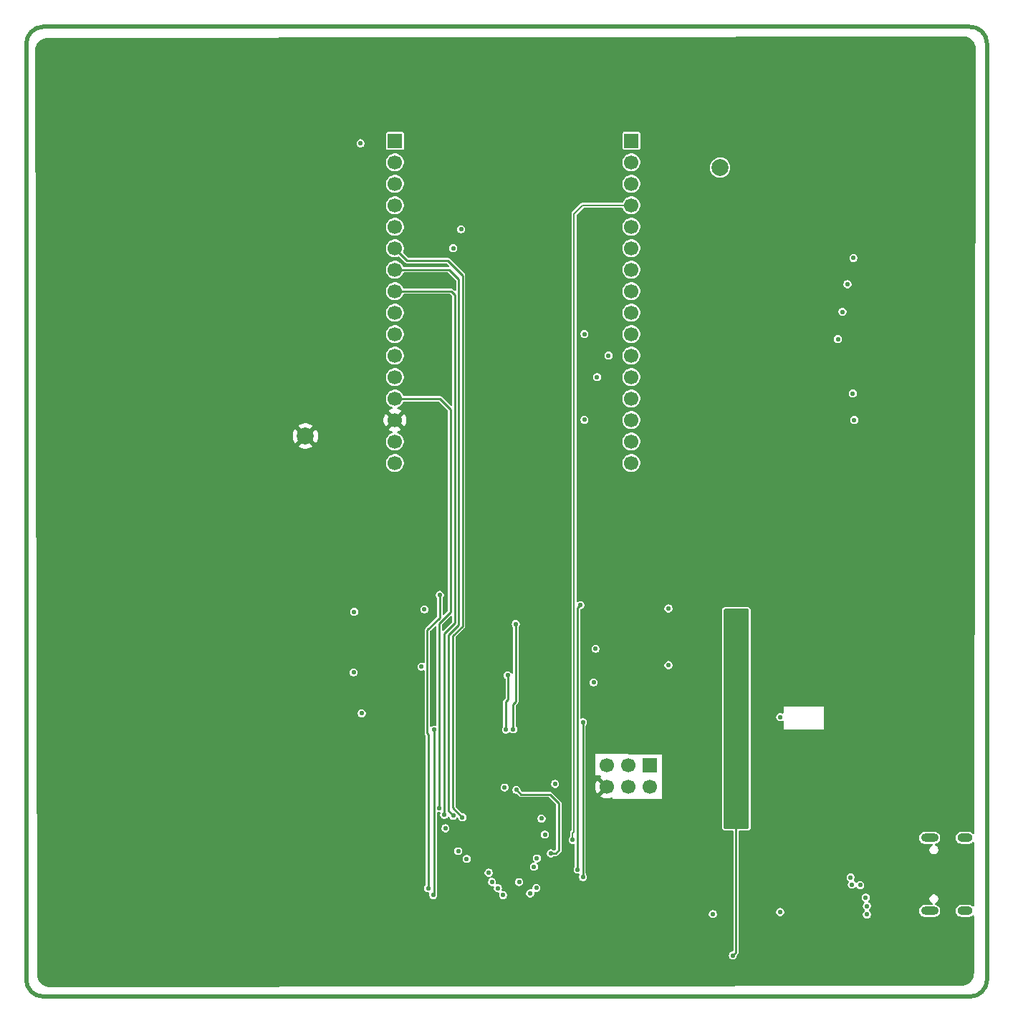
<source format=gbr>
%TF.GenerationSoftware,KiCad,Pcbnew,9.0.6*%
%TF.CreationDate,2026-01-20T12:02:49+00:00*%
%TF.ProjectId,OE PyBoard tester,4f452050-7942-46f6-9172-642074657374,rev?*%
%TF.SameCoordinates,Original*%
%TF.FileFunction,Copper,L2,Inr*%
%TF.FilePolarity,Positive*%
%FSLAX46Y46*%
G04 Gerber Fmt 4.6, Leading zero omitted, Abs format (unit mm)*
G04 Created by KiCad (PCBNEW 9.0.6) date 2026-01-20 12:02:49*
%MOMM*%
%LPD*%
G01*
G04 APERTURE LIST*
%TA.AperFunction,ComponentPad*%
%ADD10R,1.700000X1.700000*%
%TD*%
%TA.AperFunction,ComponentPad*%
%ADD11C,1.700000*%
%TD*%
%TA.AperFunction,ComponentPad*%
%ADD12C,2.000000*%
%TD*%
%TA.AperFunction,HeatsinkPad*%
%ADD13O,2.100000X1.000000*%
%TD*%
%TA.AperFunction,HeatsinkPad*%
%ADD14O,1.800000X1.000000*%
%TD*%
%TA.AperFunction,ViaPad*%
%ADD15C,0.550000*%
%TD*%
%TA.AperFunction,Conductor*%
%ADD16C,0.230000*%
%TD*%
%TA.AperFunction,Conductor*%
%ADD17C,0.220000*%
%TD*%
%TA.AperFunction,Conductor*%
%ADD18C,0.210000*%
%TD*%
%TA.AperFunction,Profile*%
%ADD19C,0.500000*%
%TD*%
G04 APERTURE END LIST*
D10*
%TO.N,V+#1*%
%TO.C,J5*%
X155314000Y-50194800D03*
D11*
%TO.N,+3V3#1*%
X155314000Y-52734800D03*
%TO.N,GND#1*%
X155314000Y-55274800D03*
%TO.N,/~{RST}#1 actuador*%
X155314000Y-57814800D03*
%TO.N,/module on test/PB1-Y12*%
X155314000Y-60354800D03*
%TO.N,/module on test/PB0-Y11*%
X155314000Y-62894800D03*
%TO.N,/module on test/PB11-Y10*%
X155314000Y-65434800D03*
%TO.N,/module on test/PB10-Y9*%
X155314000Y-67974800D03*
%TO.N,/module on test/PA3-X4*%
X155314000Y-70514800D03*
%TO.N,/module on test/PA2-X3*%
X155314000Y-73054800D03*
%TO.N,/module on test/PA1-X2*%
X155314000Y-75594800D03*
%TO.N,/module on test/PA0-X1*%
X155314000Y-78134800D03*
%TO.N,/module on test/PA3-X4*%
X155314000Y-80674800D03*
%TO.N,/module on test/PA2-X3*%
X155314000Y-83214800D03*
%TO.N,/module on test/PA1-X2*%
X155314000Y-85754800D03*
%TO.N,/module on test/PA0-X1*%
X155314000Y-88294800D03*
%TD*%
D12*
%TO.N,GND*%
%TO.C,TP27*%
X116790681Y-85109856D03*
%TD*%
D10*
%TO.N,/PDI_DATA*%
%TO.C,J2*%
X157490000Y-124075000D03*
D11*
%TO.N,+3V3*%
X157490000Y-126615000D03*
%TO.N,unconnected-(J2-Pin_3-Pad3)*%
X154950000Y-124075000D03*
%TO.N,unconnected-(J2-Pin_4-Pad4)*%
X154950000Y-126615000D03*
%TO.N,/PDI_CLOCK*%
X152410000Y-124075000D03*
%TO.N,GND*%
X152410000Y-126615000D03*
%TD*%
D13*
%TO.N,Net-(J1-SHIELD)*%
%TO.C,J1*%
X190570000Y-141270000D03*
D14*
X194750000Y-141270000D03*
D13*
X190570000Y-132630000D03*
D14*
X194750000Y-132630000D03*
%TD*%
D12*
%TO.N,GND#1*%
%TO.C,TP6*%
X165814000Y-53368133D03*
%TD*%
D10*
%TO.N,/module on test/PC4-X11*%
%TO.C,J4*%
X127380000Y-50206800D03*
D11*
%TO.N,/module on test/PC5-X12*%
X127380000Y-52746800D03*
%TO.N,/module on test/PB12-Y5*%
X127380000Y-55286800D03*
%TO.N,/module on test/PB13-Y6*%
X127380000Y-57826800D03*
%TO.N,/module on test/PB12-Y5*%
X127380000Y-60366800D03*
%TO.N,/module on test/PB13-Y6*%
X127380000Y-62906800D03*
%TO.N,/module on test/PB10-Y9*%
X127380000Y-65446800D03*
%TO.N,/module on test/PB11-Y10*%
X127380000Y-67986800D03*
%TO.N,/module on test/PB0-Y11*%
X127380000Y-70526800D03*
%TO.N,/module on test/PB1-Y12*%
X127380000Y-73066800D03*
%TO.N,/module on test/PC4-X11*%
X127380000Y-75606800D03*
%TO.N,/module on test/PC5-X12*%
X127380000Y-78146800D03*
%TO.N,/~{RST}#2 feedback*%
X127380000Y-80686800D03*
%TO.N,GND*%
X127380000Y-83226800D03*
%TO.N,+3V3#2*%
X127380000Y-85766800D03*
%TO.N,V+#2*%
X127380000Y-88306800D03*
%TD*%
D15*
%TO.N,+3V3#2*%
X122500000Y-113050000D03*
%TO.N,V+#2*%
X122550000Y-105900000D03*
X123450000Y-117900000D03*
X172900000Y-118350000D03*
%TO.N,V+#1*%
X159700000Y-105500000D03*
%TO.N,+3V3#1*%
X159700000Y-112200000D03*
%TO.N,/module on test/PB1-Y12*%
X135200000Y-60644800D03*
%TO.N,/module on test/PB0-Y11*%
X134250000Y-62894800D03*
%TO.N,/module on test/PB13-Y6*%
X135350000Y-130200000D03*
%TO.N,/module on test/PB10-Y9*%
X134250000Y-130000000D03*
%TO.N,/~{RST}#2 feedback*%
X132600000Y-129100000D03*
%TO.N,GND*%
X150650000Y-127350000D03*
X133050000Y-82600000D03*
X157750000Y-80700000D03*
X86925000Y-84325000D03*
X170950000Y-134200000D03*
X157950000Y-89750000D03*
X158150000Y-105800000D03*
X133300000Y-105050000D03*
X169750000Y-104850000D03*
X99275000Y-90525000D03*
X157150000Y-119300000D03*
X131200000Y-66900000D03*
X149850000Y-117350000D03*
X185100000Y-72050000D03*
X145200000Y-114500000D03*
X140200000Y-133600000D03*
X187767500Y-145800000D03*
X147800000Y-119350000D03*
X147362500Y-114561200D03*
X131950000Y-108300000D03*
X133363500Y-135500000D03*
X156100000Y-136825000D03*
X140200000Y-129850000D03*
X194275000Y-99100000D03*
X160750000Y-57550000D03*
X194300000Y-88200000D03*
X181200000Y-141450000D03*
X130400000Y-118950000D03*
X175450000Y-58700000D03*
X176800000Y-48150000D03*
X133025000Y-149425000D03*
X147500000Y-92350000D03*
X147650000Y-69100000D03*
X181625000Y-149475000D03*
X133950000Y-61700000D03*
X141175000Y-38900000D03*
X185250000Y-130750000D03*
X103325000Y-38950000D03*
X124900000Y-119750000D03*
X187900000Y-51250000D03*
X136800000Y-104550000D03*
X174100000Y-83750000D03*
X163875000Y-136850000D03*
X187667500Y-129900000D03*
X157900000Y-63700000D03*
X136850000Y-94150000D03*
X173950000Y-123350000D03*
X133050000Y-97650000D03*
X138350000Y-133600000D03*
X173100000Y-121550000D03*
X150850000Y-44650000D03*
X166500000Y-132450000D03*
X185450000Y-104450000D03*
X188000000Y-75200000D03*
X172450000Y-70750000D03*
X177500000Y-145350000D03*
X194725000Y-57900000D03*
X136500000Y-73450000D03*
X140750000Y-112350000D03*
X138350000Y-129850000D03*
X193875000Y-118300000D03*
X119650000Y-93700000D03*
X170700000Y-93350000D03*
X120000000Y-127350000D03*
X142100000Y-131750000D03*
X100850000Y-111500000D03*
X132000000Y-115000000D03*
X129750000Y-71700000D03*
X147750000Y-61800000D03*
X178800000Y-39075000D03*
X170700000Y-100000000D03*
X189050000Y-45050000D03*
X124750000Y-115006800D03*
X122700000Y-115150000D03*
X123600000Y-101850000D03*
X168350000Y-132150000D03*
X133000000Y-90750000D03*
X165150000Y-119300000D03*
X132850000Y-44350000D03*
X142800000Y-97950000D03*
X180800000Y-92550000D03*
X187925000Y-77700000D03*
X142100000Y-129850000D03*
X146950000Y-75750000D03*
X170850000Y-126050000D03*
X185000000Y-138155000D03*
X154800000Y-105700000D03*
X194600000Y-39250000D03*
X149900000Y-66550000D03*
X170300000Y-117200000D03*
X87050000Y-53675000D03*
X141400000Y-122300000D03*
X140200000Y-131750000D03*
X136800000Y-68800000D03*
X132000000Y-113056800D03*
X165100000Y-105400000D03*
X183550000Y-76050000D03*
X159712500Y-110311200D03*
X136500000Y-66800000D03*
X141750000Y-78600000D03*
X130550000Y-124800000D03*
X86625000Y-64700000D03*
X160700000Y-77550000D03*
X150100000Y-84700000D03*
X155750000Y-132100000D03*
X185250000Y-113500000D03*
X158000000Y-54300000D03*
X97400000Y-46350000D03*
X147650000Y-83650000D03*
X169850000Y-44550000D03*
X172900000Y-134150000D03*
X185350000Y-88600000D03*
X96350000Y-72250000D03*
X177150000Y-70650000D03*
X180500000Y-84800000D03*
X130450000Y-115050000D03*
X142100000Y-133600000D03*
X180000000Y-64450000D03*
X149700000Y-108350000D03*
X157700000Y-71950000D03*
X149150000Y-78150000D03*
X149200000Y-103250000D03*
X146600000Y-123000000D03*
X147312500Y-108511200D03*
X133300000Y-79550000D03*
X158100000Y-101600000D03*
X113900000Y-44250000D03*
X147650000Y-110750000D03*
X136550000Y-83550000D03*
X140200000Y-123300000D03*
X151950000Y-82200000D03*
X170582500Y-146550000D03*
X111500000Y-134400000D03*
X149700000Y-114350000D03*
X137800000Y-106975000D03*
X86825000Y-104700000D03*
X142200000Y-138950000D03*
X180825000Y-108575000D03*
X105600000Y-59900000D03*
X139500000Y-119100000D03*
X147700000Y-102450000D03*
X136750000Y-114806800D03*
X132100000Y-106325000D03*
X180800000Y-100550000D03*
X159712500Y-116161200D03*
X170850000Y-126850000D03*
X87625000Y-125200000D03*
X180700000Y-78350000D03*
X155562500Y-117561200D03*
X156100000Y-149250000D03*
X142300000Y-117350000D03*
X185350000Y-96800000D03*
X168350000Y-134450000D03*
X159600000Y-124600000D03*
X145500000Y-139050000D03*
X106250000Y-83450000D03*
X158300000Y-135700000D03*
X124750000Y-108400000D03*
X147450000Y-127600000D03*
X130450000Y-136300000D03*
X160600000Y-86250000D03*
X189850000Y-126300000D03*
X86175000Y-149400000D03*
X180875000Y-134725000D03*
X174550000Y-131600000D03*
X137300000Y-137600000D03*
X165500000Y-112550000D03*
X129600000Y-74050000D03*
X176750000Y-110450000D03*
X187717500Y-143900000D03*
X142050000Y-61850000D03*
X160250000Y-39175000D03*
X161000000Y-92050000D03*
X149250000Y-71400000D03*
X125300000Y-103800000D03*
X194175000Y-110000000D03*
X136400000Y-59900000D03*
X188250000Y-140150000D03*
X139700000Y-116150000D03*
X170150000Y-110100000D03*
X130200000Y-63600000D03*
X188300000Y-133250000D03*
X190350000Y-147100000D03*
X123900000Y-89300000D03*
X113550000Y-148750000D03*
X122300000Y-110700000D03*
X170700000Y-119500000D03*
X104450000Y-124300000D03*
X165550000Y-115900000D03*
X140900000Y-108800000D03*
X124300000Y-112950000D03*
X181075000Y-121200000D03*
X100750000Y-100075000D03*
X135700000Y-128250000D03*
X131800000Y-119000000D03*
X96425000Y-140225000D03*
X133600000Y-107200000D03*
X151350000Y-132200000D03*
X122590000Y-117200000D03*
X194375000Y-148850000D03*
X187975000Y-84900000D03*
X133750000Y-66750000D03*
X157312500Y-114261200D03*
X114000000Y-100900000D03*
X170300000Y-144900000D03*
X121800000Y-38700000D03*
X138350000Y-131750000D03*
X180900000Y-128225000D03*
X160750000Y-66850000D03*
X135150000Y-119300000D03*
X165450000Y-125800000D03*
X132850000Y-137400000D03*
X122510000Y-108450000D03*
X174920000Y-126950000D03*
X161400000Y-146350000D03*
X147750000Y-117400000D03*
X123900000Y-94700000D03*
X154850000Y-121900000D03*
X184650000Y-132850000D03*
X177580000Y-126950000D03*
X134950000Y-125950000D03*
X153500000Y-56700000D03*
X158850000Y-51750000D03*
X131850000Y-117600000D03*
X157312500Y-108311200D03*
X160850000Y-98650000D03*
X137200000Y-117600000D03*
X133350000Y-68950000D03*
X188000000Y-61750000D03*
X165400000Y-108750000D03*
X148450000Y-141850000D03*
X86694469Y-39664003D03*
X116200000Y-114850000D03*
X194600000Y-75800000D03*
X180600000Y-51100000D03*
X135050000Y-132400000D03*
X185450000Y-123950000D03*
X152150000Y-139150000D03*
X130400000Y-130950000D03*
X145100000Y-108450000D03*
X158000000Y-95400000D03*
X160850000Y-105850000D03*
X147700000Y-130450000D03*
X150350000Y-119800000D03*
%TO.N,/STATE_LED*%
X141730999Y-126941690D03*
X145800000Y-134465000D03*
%TO.N,/~{RST}#1 actuador*%
X148365000Y-132865000D03*
%TO.N,/V+#1_chck*%
X141650000Y-107343700D03*
X141350000Y-119800000D03*
%TO.N,/+3V3#1_chck*%
X140700000Y-113400000D03*
X140486622Y-119836063D03*
%TO.N,/V+#1_ok*%
X138450000Y-136750000D03*
X148950000Y-136400000D03*
X149300000Y-105100000D03*
%TO.N,/+3V3#1_ok*%
X138850000Y-137850000D03*
X149600000Y-118950000D03*
X149600000Y-137264000D03*
%TO.N,/V+#2_ok*%
X139550000Y-138600000D03*
X131300000Y-138600000D03*
X132675000Y-103900000D03*
%TO.N,/+3V3#2_ok*%
X132016000Y-119850000D03*
X131900000Y-139400000D03*
X140150000Y-139400000D03*
%TO.N,/module on test/PC5-X12*%
X123300000Y-50481467D03*
%TO.N,/module on test/PB11-Y10*%
X133200000Y-129900000D03*
%TO.N,/module on test/PA1-X2*%
X152614000Y-75594800D03*
%TO.N,/module on test/PA0-X1*%
X151264000Y-78144800D03*
%TO.N,/module on test/PA2-X3*%
X149764000Y-73044800D03*
X149764000Y-83194800D03*
%TO.N,+3V3*%
X144700000Y-130350000D03*
X146300000Y-126250000D03*
X150850000Y-114250000D03*
X167300000Y-146550000D03*
X166700000Y-117200000D03*
X133350000Y-131500000D03*
X166900000Y-125950000D03*
X142050000Y-137849000D03*
X145100000Y-132250000D03*
X167000000Y-111400000D03*
X130850000Y-105600000D03*
X168700000Y-108600000D03*
X166750000Y-120950000D03*
X166950000Y-106000000D03*
X168700000Y-130100000D03*
X168670000Y-127830000D03*
X168300000Y-119350000D03*
X151078367Y-110271633D03*
X166800000Y-130900000D03*
X130500000Y-112378000D03*
X167000000Y-128400000D03*
X168650000Y-122850000D03*
X140328500Y-126671500D03*
X168700000Y-114450000D03*
%TO.N,/FTDI_CTS*%
X164950000Y-141650000D03*
X172900000Y-141400000D03*
%TO.N,/RST#1_LED*%
X143359022Y-139200000D03*
X181550000Y-64050000D03*
X183150000Y-141700000D03*
%TO.N,/RST#2_LED*%
X144100000Y-138550000D03*
X183145384Y-140700000D03*
X180850000Y-67150000D03*
%TO.N,/SUPPLY_LED*%
X183000000Y-139700000D03*
X180265000Y-70427600D03*
X143800000Y-136050000D03*
%TO.N,/IOs_LED*%
X144150000Y-135050000D03*
X182370000Y-138220000D03*
X179725000Y-73650000D03*
%TO.N,/OK_LED*%
X181209384Y-137309384D03*
X181475000Y-80075000D03*
X134850000Y-134200000D03*
%TO.N,/NOK_LED*%
X135850000Y-135125000D03*
X181650000Y-83200000D03*
X181375000Y-138150000D03*
%TD*%
D16*
%TO.N,/module on test/PB13-Y6*%
X134200000Y-108757634D02*
X135357999Y-107599635D01*
X135350000Y-130200000D02*
X134200000Y-129050000D01*
X135357999Y-66107999D02*
X133600000Y-64350000D01*
X134200000Y-129050000D02*
X134200000Y-108757634D01*
X128823200Y-64350000D02*
X127380000Y-62906800D01*
X135357999Y-107599635D02*
X135357999Y-66107999D01*
X133600000Y-64350000D02*
X128823200Y-64350000D01*
D17*
%TO.N,/module on test/PB10-Y9*%
X133700000Y-129450000D02*
X133700000Y-108633966D01*
X133700000Y-108633966D02*
X134916999Y-107416967D01*
X134916999Y-107416967D02*
X134916999Y-66566999D01*
X134916999Y-66566999D02*
X133796800Y-65446800D01*
X133796800Y-65446800D02*
X127380000Y-65446800D01*
X134250000Y-130000000D02*
X133700000Y-129450000D01*
D16*
%TO.N,/~{RST}#2 feedback*%
X132686800Y-80686800D02*
X127380000Y-80686800D01*
X133950000Y-81950000D02*
X132686800Y-80686800D01*
X132600000Y-129100000D02*
X132606000Y-129094000D01*
X132606000Y-107271398D02*
X133950000Y-105927398D01*
X133950000Y-105927398D02*
X133950000Y-81950000D01*
X132606000Y-129094000D02*
X132606000Y-107271398D01*
D17*
%TO.N,/STATE_LED*%
X146750000Y-128550000D02*
X145700000Y-127500000D01*
X142289309Y-127500000D02*
X141730999Y-126941690D01*
X145700000Y-127500000D02*
X142289309Y-127500000D01*
X146750000Y-134075000D02*
X146750000Y-128550000D01*
X145800000Y-134465000D02*
X146360000Y-134465000D01*
X146360000Y-134465000D02*
X146750000Y-134075000D01*
D18*
%TO.N,/~{RST}#1 actuador*%
X148534000Y-131891000D02*
X148534000Y-58816000D01*
X148534000Y-58816000D02*
X149535200Y-57814800D01*
X148365000Y-132865000D02*
X148365000Y-132060000D01*
X148365000Y-132060000D02*
X148534000Y-131891000D01*
X149535200Y-57814800D02*
X155314000Y-57814800D01*
D17*
%TO.N,/V+#1_chck*%
X141350000Y-119800000D02*
X141350000Y-116821000D01*
X141650000Y-116521000D02*
X141650000Y-107343700D01*
X141350000Y-116821000D02*
X141650000Y-116521000D01*
%TO.N,/+3V3#1_chck*%
X140750000Y-116250000D02*
X140750000Y-113450000D01*
X140750000Y-113450000D02*
X140700000Y-113400000D01*
X140486622Y-116513378D02*
X140750000Y-116250000D01*
X140486622Y-119836063D02*
X140486622Y-116513378D01*
%TO.N,/V+#1_ok*%
X148950000Y-136400000D02*
X148950000Y-105450000D01*
X148950000Y-105450000D02*
X149300000Y-105100000D01*
%TO.N,/+3V3#1_ok*%
X149600000Y-137264000D02*
X149600000Y-118950000D01*
%TO.N,/V+#2_ok*%
X132675000Y-106071270D02*
X132675000Y-103900000D01*
X131300000Y-138600000D02*
X131300000Y-120371270D01*
X131200000Y-108053730D02*
X132686000Y-106567730D01*
X132686000Y-106082270D02*
X132675000Y-106071270D01*
X131200000Y-120271270D02*
X131200000Y-108053730D01*
X131300000Y-120371270D02*
X131200000Y-120271270D01*
X132686000Y-106567730D02*
X132686000Y-106082270D01*
%TO.N,/+3V3#2_ok*%
X131900000Y-139200000D02*
X131900000Y-139400000D01*
X132016000Y-128855270D02*
X132014000Y-128857270D01*
X132016000Y-139084000D02*
X131900000Y-139200000D01*
X132016000Y-119850000D02*
X132016000Y-128855270D01*
X132014000Y-129342730D02*
X132016000Y-129344730D01*
X132014000Y-128857270D02*
X132014000Y-129342730D01*
X132016000Y-129344730D02*
X132016000Y-139084000D01*
%TO.N,/module on test/PB11-Y10*%
X134456000Y-68406000D02*
X134036800Y-67986800D01*
X133200000Y-108482014D02*
X134456000Y-107226014D01*
X134456000Y-107226014D02*
X134456000Y-68406000D01*
X133200000Y-129900000D02*
X133200000Y-108482014D01*
X134036800Y-67986800D02*
X127380000Y-67986800D01*
%TO.N,+3V3*%
X167300000Y-146550000D02*
X167681500Y-146168500D01*
X167681500Y-129818500D02*
X167700000Y-129800000D01*
X167681500Y-146168500D02*
X167681500Y-129818500D01*
%TD*%
%TA.AperFunction,Conductor*%
%TO.N,+3V3*%
G36*
X169143039Y-105569685D02*
G01*
X169188794Y-105622489D01*
X169200000Y-105674000D01*
X169200000Y-131426000D01*
X169180315Y-131493039D01*
X169127511Y-131538794D01*
X169076000Y-131550000D01*
X166374000Y-131550000D01*
X166306961Y-131530315D01*
X166261206Y-131477511D01*
X166250000Y-131426000D01*
X166250000Y-105674000D01*
X166269685Y-105606961D01*
X166322489Y-105561206D01*
X166374000Y-105550000D01*
X169076000Y-105550000D01*
X169143039Y-105569685D01*
G37*
%TD.AperFunction*%
%TD*%
%TA.AperFunction,Conductor*%
%TO.N,GND*%
G36*
X132209834Y-107585524D02*
G01*
X132265767Y-107627396D01*
X132290184Y-107692860D01*
X132290500Y-107701706D01*
X132290500Y-119269678D01*
X132270815Y-119336717D01*
X132218011Y-119382472D01*
X132148853Y-119392416D01*
X132134407Y-119389453D01*
X132078601Y-119374500D01*
X131953399Y-119374500D01*
X131897595Y-119389453D01*
X131832463Y-119406905D01*
X131724037Y-119469504D01*
X131724034Y-119469506D01*
X131722181Y-119471360D01*
X131720232Y-119472423D01*
X131717591Y-119474451D01*
X131717274Y-119474038D01*
X131660858Y-119504845D01*
X131591166Y-119499861D01*
X131535233Y-119457989D01*
X131510816Y-119392525D01*
X131510500Y-119383679D01*
X131510500Y-108233706D01*
X131530185Y-108166667D01*
X131546819Y-108146025D01*
X132078819Y-107614025D01*
X132140142Y-107580540D01*
X132209834Y-107585524D01*
G37*
%TD.AperFunction*%
%TA.AperFunction,Conductor*%
G36*
X134064834Y-106361263D02*
G01*
X134120767Y-106403135D01*
X134145184Y-106468599D01*
X134145500Y-106477445D01*
X134145500Y-107046038D01*
X134125815Y-107113077D01*
X134109181Y-107133719D01*
X133133181Y-108109719D01*
X133071858Y-108143204D01*
X133002166Y-108138220D01*
X132946233Y-108096348D01*
X132921816Y-108030884D01*
X132921500Y-108022038D01*
X132921500Y-107453445D01*
X132941185Y-107386406D01*
X132957819Y-107365764D01*
X133933819Y-106389764D01*
X133995142Y-106356279D01*
X134064834Y-106361263D01*
G37*
%TD.AperFunction*%
%TA.AperFunction,Conductor*%
G36*
X194524143Y-37828083D02*
G01*
X194744783Y-37845090D01*
X194764050Y-37848113D01*
X194974515Y-37898369D01*
X194993068Y-37904376D01*
X195105429Y-37950806D01*
X195193051Y-37987013D01*
X195210428Y-37995852D01*
X195254272Y-38022691D01*
X195394986Y-38108830D01*
X195410769Y-38120291D01*
X195575312Y-38260799D01*
X195589103Y-38274592D01*
X195615461Y-38305472D01*
X195729585Y-38439172D01*
X195741042Y-38454958D01*
X195853977Y-38639531D01*
X195862817Y-38656916D01*
X195945414Y-38856917D01*
X195951416Y-38875470D01*
X196001627Y-39085945D01*
X196004647Y-39105214D01*
X196021608Y-39325835D01*
X196021973Y-39335588D01*
X195836261Y-132026490D01*
X195816442Y-132093490D01*
X195763546Y-132139139D01*
X195694368Y-132148944D01*
X195630871Y-132119792D01*
X195624580Y-132113923D01*
X195596545Y-132085888D01*
X195596541Y-132085885D01*
X195481817Y-132009228D01*
X195481804Y-132009221D01*
X195354332Y-131956421D01*
X195354322Y-131956418D01*
X195218995Y-131929500D01*
X195218993Y-131929500D01*
X194281007Y-131929500D01*
X194281005Y-131929500D01*
X194145677Y-131956418D01*
X194145667Y-131956421D01*
X194018195Y-132009221D01*
X194018182Y-132009228D01*
X193903458Y-132085885D01*
X193903454Y-132085888D01*
X193805888Y-132183454D01*
X193805885Y-132183458D01*
X193729228Y-132298182D01*
X193729221Y-132298195D01*
X193676421Y-132425667D01*
X193676418Y-132425677D01*
X193649500Y-132561004D01*
X193649500Y-132561007D01*
X193649500Y-132698993D01*
X193649500Y-132698995D01*
X193649499Y-132698995D01*
X193676418Y-132834322D01*
X193676421Y-132834332D01*
X193729221Y-132961804D01*
X193729228Y-132961817D01*
X193805885Y-133076541D01*
X193805888Y-133076545D01*
X193903454Y-133174111D01*
X193903458Y-133174114D01*
X194018182Y-133250771D01*
X194018195Y-133250778D01*
X194145667Y-133303578D01*
X194145672Y-133303580D01*
X194145676Y-133303580D01*
X194145677Y-133303581D01*
X194281004Y-133330500D01*
X194281007Y-133330500D01*
X195218995Y-133330500D01*
X195310041Y-133312389D01*
X195354328Y-133303580D01*
X195481811Y-133250775D01*
X195596542Y-133174114D01*
X195622155Y-133148500D01*
X195683476Y-133115016D01*
X195753168Y-133120000D01*
X195809102Y-133161870D01*
X195833520Y-133227334D01*
X195833836Y-133236430D01*
X195818985Y-140649214D01*
X195799166Y-140716214D01*
X195746270Y-140761863D01*
X195677092Y-140771668D01*
X195613595Y-140742516D01*
X195607304Y-140736647D01*
X195596545Y-140725888D01*
X195596541Y-140725885D01*
X195481817Y-140649228D01*
X195481804Y-140649221D01*
X195354332Y-140596421D01*
X195354322Y-140596418D01*
X195218995Y-140569500D01*
X195218993Y-140569500D01*
X194281007Y-140569500D01*
X194281005Y-140569500D01*
X194145677Y-140596418D01*
X194145667Y-140596421D01*
X194018195Y-140649221D01*
X194018182Y-140649228D01*
X193903458Y-140725885D01*
X193903454Y-140725888D01*
X193805888Y-140823454D01*
X193805885Y-140823458D01*
X193729228Y-140938182D01*
X193729221Y-140938195D01*
X193676421Y-141065667D01*
X193676418Y-141065677D01*
X193649500Y-141201004D01*
X193649500Y-141201007D01*
X193649500Y-141338993D01*
X193649500Y-141338995D01*
X193649499Y-141338995D01*
X193676418Y-141474322D01*
X193676421Y-141474332D01*
X193729221Y-141601804D01*
X193729228Y-141601817D01*
X193805885Y-141716541D01*
X193805888Y-141716545D01*
X193903454Y-141814111D01*
X193903458Y-141814114D01*
X194018182Y-141890771D01*
X194018195Y-141890778D01*
X194141773Y-141941965D01*
X194145672Y-141943580D01*
X194145676Y-141943580D01*
X194145677Y-141943581D01*
X194281004Y-141970500D01*
X194281007Y-141970500D01*
X195218995Y-141970500D01*
X195310041Y-141952389D01*
X195354328Y-141943580D01*
X195452924Y-141902740D01*
X195481804Y-141890778D01*
X195481804Y-141890777D01*
X195481811Y-141890775D01*
X195596542Y-141814114D01*
X195604808Y-141805847D01*
X195666128Y-141772362D01*
X195735820Y-141777344D01*
X195791755Y-141819213D01*
X195816175Y-141884676D01*
X195816491Y-141893775D01*
X195803003Y-148625849D01*
X195802603Y-148635554D01*
X195784928Y-148855056D01*
X195781860Y-148874223D01*
X195731291Y-149083535D01*
X195725270Y-149101988D01*
X195642654Y-149300848D01*
X195633827Y-149318135D01*
X195521193Y-149501662D01*
X195509776Y-149517361D01*
X195369876Y-149681067D01*
X195356150Y-149694790D01*
X195192417Y-149834657D01*
X195176721Y-149846068D01*
X194993166Y-149958669D01*
X194975877Y-149967493D01*
X194777001Y-150050069D01*
X194758548Y-150056086D01*
X194549226Y-150106614D01*
X194530057Y-150109678D01*
X194310552Y-150127310D01*
X194300848Y-150127708D01*
X86628896Y-150322282D01*
X86619170Y-150321917D01*
X86399176Y-150305010D01*
X86379960Y-150302004D01*
X86170049Y-150252031D01*
X86151540Y-150246056D01*
X85952033Y-150163877D01*
X85934685Y-150155082D01*
X85750480Y-150042715D01*
X85734721Y-150031315D01*
X85570353Y-149891526D01*
X85556571Y-149877802D01*
X85416087Y-149714034D01*
X85404620Y-149698324D01*
X85402444Y-149694791D01*
X85291465Y-149514590D01*
X85282604Y-149497296D01*
X85199572Y-149298130D01*
X85193519Y-149279646D01*
X85142656Y-149069960D01*
X85139567Y-149050757D01*
X85121723Y-148830824D01*
X85121317Y-148821100D01*
X85116471Y-146841965D01*
X85103604Y-141587399D01*
X164474500Y-141587399D01*
X164474500Y-141712601D01*
X164506905Y-141833536D01*
X164569505Y-141941964D01*
X164658036Y-142030495D01*
X164766464Y-142093095D01*
X164887399Y-142125500D01*
X164887401Y-142125500D01*
X165012599Y-142125500D01*
X165012601Y-142125500D01*
X165133536Y-142093095D01*
X165241964Y-142030495D01*
X165330495Y-141941964D01*
X165393095Y-141833536D01*
X165425500Y-141712601D01*
X165425500Y-141587399D01*
X165393095Y-141466464D01*
X165330495Y-141358036D01*
X165241964Y-141269505D01*
X165133536Y-141206905D01*
X165133537Y-141206905D01*
X165093224Y-141196103D01*
X165012601Y-141174500D01*
X164887399Y-141174500D01*
X164806775Y-141196103D01*
X164766463Y-141206905D01*
X164658037Y-141269504D01*
X164658034Y-141269506D01*
X164569506Y-141358034D01*
X164569504Y-141358037D01*
X164506905Y-141466463D01*
X164506905Y-141466464D01*
X164474500Y-141587399D01*
X85103604Y-141587399D01*
X85045445Y-117837399D01*
X122974500Y-117837399D01*
X122974500Y-117962601D01*
X123006905Y-118083536D01*
X123069505Y-118191964D01*
X123158036Y-118280495D01*
X123266464Y-118343095D01*
X123387399Y-118375500D01*
X123387401Y-118375500D01*
X123512599Y-118375500D01*
X123512601Y-118375500D01*
X123633536Y-118343095D01*
X123741964Y-118280495D01*
X123830495Y-118191964D01*
X123893095Y-118083536D01*
X123925500Y-117962601D01*
X123925500Y-117837399D01*
X123893095Y-117716464D01*
X123830495Y-117608036D01*
X123741964Y-117519505D01*
X123633536Y-117456905D01*
X123633537Y-117456905D01*
X123593224Y-117446103D01*
X123512601Y-117424500D01*
X123387399Y-117424500D01*
X123306775Y-117446103D01*
X123266463Y-117456905D01*
X123158037Y-117519504D01*
X123158034Y-117519506D01*
X123069506Y-117608034D01*
X123069504Y-117608037D01*
X123006905Y-117716463D01*
X123006905Y-117716464D01*
X122974500Y-117837399D01*
X85045445Y-117837399D01*
X85033568Y-112987399D01*
X122024500Y-112987399D01*
X122024500Y-113112601D01*
X122056905Y-113233536D01*
X122119505Y-113341964D01*
X122208036Y-113430495D01*
X122316464Y-113493095D01*
X122437399Y-113525500D01*
X122437401Y-113525500D01*
X122562599Y-113525500D01*
X122562601Y-113525500D01*
X122683536Y-113493095D01*
X122791964Y-113430495D01*
X122880495Y-113341964D01*
X122943095Y-113233536D01*
X122975500Y-113112601D01*
X122975500Y-112987399D01*
X122943095Y-112866464D01*
X122880495Y-112758036D01*
X122791964Y-112669505D01*
X122683536Y-112606905D01*
X122683537Y-112606905D01*
X122643224Y-112596103D01*
X122562601Y-112574500D01*
X122437399Y-112574500D01*
X122356775Y-112596103D01*
X122316463Y-112606905D01*
X122208037Y-112669504D01*
X122208034Y-112669506D01*
X122119506Y-112758034D01*
X122119504Y-112758037D01*
X122056905Y-112866463D01*
X122056905Y-112866464D01*
X122024500Y-112987399D01*
X85033568Y-112987399D01*
X85016059Y-105837399D01*
X122074500Y-105837399D01*
X122074500Y-105962601D01*
X122106905Y-106083536D01*
X122169505Y-106191964D01*
X122258036Y-106280495D01*
X122366464Y-106343095D01*
X122487399Y-106375500D01*
X122487401Y-106375500D01*
X122612599Y-106375500D01*
X122612601Y-106375500D01*
X122733536Y-106343095D01*
X122841964Y-106280495D01*
X122930495Y-106191964D01*
X122993095Y-106083536D01*
X123025500Y-105962601D01*
X123025500Y-105837399D01*
X122993095Y-105716464D01*
X122930495Y-105608036D01*
X122859858Y-105537399D01*
X130374500Y-105537399D01*
X130374500Y-105662601D01*
X130406905Y-105783536D01*
X130469505Y-105891964D01*
X130558036Y-105980495D01*
X130666464Y-106043095D01*
X130787399Y-106075500D01*
X130787401Y-106075500D01*
X130912599Y-106075500D01*
X130912601Y-106075500D01*
X131033536Y-106043095D01*
X131141964Y-105980495D01*
X131230495Y-105891964D01*
X131293095Y-105783536D01*
X131325500Y-105662601D01*
X131325500Y-105537399D01*
X131293095Y-105416464D01*
X131230495Y-105308036D01*
X131141964Y-105219505D01*
X131033536Y-105156905D01*
X131033537Y-105156905D01*
X130993224Y-105146103D01*
X130912601Y-105124500D01*
X130787399Y-105124500D01*
X130706775Y-105146103D01*
X130666463Y-105156905D01*
X130558037Y-105219504D01*
X130558034Y-105219506D01*
X130469506Y-105308034D01*
X130469504Y-105308037D01*
X130406905Y-105416463D01*
X130401910Y-105435104D01*
X130374500Y-105537399D01*
X122859858Y-105537399D01*
X122841964Y-105519505D01*
X122733536Y-105456905D01*
X122733537Y-105456905D01*
X122693224Y-105446103D01*
X122612601Y-105424500D01*
X122487399Y-105424500D01*
X122406775Y-105446103D01*
X122366463Y-105456905D01*
X122258037Y-105519504D01*
X122258034Y-105519506D01*
X122169506Y-105608034D01*
X122169504Y-105608037D01*
X122106905Y-105716463D01*
X122090702Y-105776931D01*
X122074500Y-105837399D01*
X85016059Y-105837399D01*
X84972876Y-88203330D01*
X126329500Y-88203330D01*
X126329500Y-88410269D01*
X126369868Y-88613212D01*
X126369870Y-88613220D01*
X126449058Y-88804396D01*
X126564024Y-88976457D01*
X126710342Y-89122775D01*
X126710345Y-89122777D01*
X126882402Y-89237741D01*
X127073580Y-89316930D01*
X127216202Y-89345299D01*
X127276530Y-89357299D01*
X127276534Y-89357300D01*
X127276535Y-89357300D01*
X127483466Y-89357300D01*
X127483467Y-89357299D01*
X127686420Y-89316930D01*
X127877598Y-89237741D01*
X128049655Y-89122777D01*
X128195977Y-88976455D01*
X128310941Y-88804398D01*
X128390130Y-88613220D01*
X128430500Y-88410265D01*
X128430500Y-88203335D01*
X128390130Y-88000380D01*
X128310941Y-87809202D01*
X128195977Y-87637145D01*
X128195975Y-87637142D01*
X128049657Y-87490824D01*
X127963626Y-87433341D01*
X127877598Y-87375859D01*
X127848625Y-87363858D01*
X127686420Y-87296670D01*
X127686412Y-87296668D01*
X127483469Y-87256300D01*
X127483465Y-87256300D01*
X127276535Y-87256300D01*
X127276530Y-87256300D01*
X127073587Y-87296668D01*
X127073579Y-87296670D01*
X126882403Y-87375858D01*
X126710342Y-87490824D01*
X126564024Y-87637142D01*
X126449058Y-87809203D01*
X126369870Y-88000379D01*
X126369868Y-88000387D01*
X126329500Y-88203330D01*
X84972876Y-88203330D01*
X84965012Y-84991803D01*
X115290681Y-84991803D01*
X115290681Y-85227908D01*
X115327615Y-85461103D01*
X115400578Y-85685658D01*
X115507768Y-85896030D01*
X115568019Y-85978960D01*
X115568021Y-85978961D01*
X116307718Y-85239264D01*
X116324756Y-85302849D01*
X116390582Y-85416863D01*
X116483674Y-85509955D01*
X116597688Y-85575781D01*
X116661271Y-85592818D01*
X115921574Y-86332514D01*
X116004509Y-86392770D01*
X116214878Y-86499958D01*
X116439433Y-86572921D01*
X116439432Y-86572921D01*
X116672629Y-86609856D01*
X116908733Y-86609856D01*
X117141928Y-86572921D01*
X117366483Y-86499958D01*
X117576844Y-86392774D01*
X117576850Y-86392770D01*
X117659785Y-86332514D01*
X117659786Y-86332514D01*
X116920089Y-85592818D01*
X116983674Y-85575781D01*
X117097688Y-85509955D01*
X117190780Y-85416863D01*
X117256606Y-85302849D01*
X117273643Y-85239265D01*
X118013339Y-85978961D01*
X118013339Y-85978960D01*
X118073595Y-85896025D01*
X118073599Y-85896019D01*
X118180783Y-85685658D01*
X118202467Y-85618925D01*
X118253746Y-85461103D01*
X118290681Y-85227908D01*
X118290681Y-84991803D01*
X118253746Y-84758608D01*
X118180783Y-84534053D01*
X118073595Y-84323684D01*
X118013339Y-84240750D01*
X118013339Y-84240749D01*
X117273643Y-84980446D01*
X117256606Y-84916863D01*
X117190780Y-84802849D01*
X117097688Y-84709757D01*
X116983674Y-84643931D01*
X116920090Y-84626893D01*
X117659786Y-83887196D01*
X117659785Y-83887194D01*
X117576855Y-83826943D01*
X117366483Y-83719753D01*
X117141928Y-83646790D01*
X117141929Y-83646790D01*
X116908733Y-83609856D01*
X116672629Y-83609856D01*
X116439433Y-83646790D01*
X116214878Y-83719753D01*
X116004511Y-83826940D01*
X115921575Y-83887196D01*
X116661272Y-84626893D01*
X116597688Y-84643931D01*
X116483674Y-84709757D01*
X116390582Y-84802849D01*
X116324756Y-84916863D01*
X116307718Y-84980446D01*
X115568021Y-84240750D01*
X115507765Y-84323686D01*
X115400578Y-84534053D01*
X115327615Y-84758608D01*
X115290681Y-84991803D01*
X84965012Y-84991803D01*
X84962423Y-83934350D01*
X84960430Y-83120553D01*
X126030000Y-83120553D01*
X126030000Y-83333046D01*
X126063242Y-83542927D01*
X126063242Y-83542930D01*
X126128904Y-83745017D01*
X126225375Y-83934350D01*
X126264728Y-83988516D01*
X126897037Y-83356208D01*
X126914075Y-83419793D01*
X126979901Y-83533807D01*
X127072993Y-83626899D01*
X127187007Y-83692725D01*
X127250590Y-83709762D01*
X126618282Y-84342069D01*
X126618282Y-84342070D01*
X126672449Y-84381424D01*
X126861782Y-84477895D01*
X127037973Y-84535143D01*
X127095648Y-84574580D01*
X127122847Y-84638939D01*
X127110932Y-84707785D01*
X127063688Y-84759261D01*
X127047108Y-84767635D01*
X126882403Y-84835857D01*
X126710342Y-84950824D01*
X126564024Y-85097142D01*
X126449058Y-85269203D01*
X126369870Y-85460379D01*
X126369868Y-85460387D01*
X126329500Y-85663330D01*
X126329500Y-85870269D01*
X126369868Y-86073212D01*
X126369870Y-86073220D01*
X126449058Y-86264396D01*
X126564024Y-86436457D01*
X126710342Y-86582775D01*
X126710345Y-86582777D01*
X126882402Y-86697741D01*
X127073580Y-86776930D01*
X127216202Y-86805299D01*
X127276530Y-86817299D01*
X127276534Y-86817300D01*
X127276535Y-86817300D01*
X127483466Y-86817300D01*
X127483467Y-86817299D01*
X127686420Y-86776930D01*
X127877598Y-86697741D01*
X128049655Y-86582777D01*
X128195977Y-86436455D01*
X128310941Y-86264398D01*
X128390130Y-86073220D01*
X128430500Y-85870265D01*
X128430500Y-85663335D01*
X128390130Y-85460380D01*
X128310941Y-85269202D01*
X128195977Y-85097145D01*
X128195975Y-85097142D01*
X128049657Y-84950824D01*
X127963626Y-84893341D01*
X127877598Y-84835859D01*
X127877593Y-84835857D01*
X127797905Y-84802849D01*
X127712890Y-84767634D01*
X127658488Y-84723794D01*
X127636423Y-84657500D01*
X127653702Y-84589801D01*
X127704839Y-84542190D01*
X127722026Y-84535143D01*
X127898217Y-84477895D01*
X128087554Y-84381422D01*
X128141716Y-84342070D01*
X128141717Y-84342070D01*
X127509408Y-83709762D01*
X127572993Y-83692725D01*
X127687007Y-83626899D01*
X127780099Y-83533807D01*
X127845925Y-83419793D01*
X127862962Y-83356208D01*
X128495270Y-83988517D01*
X128495270Y-83988516D01*
X128534622Y-83934354D01*
X128631095Y-83745017D01*
X128696757Y-83542930D01*
X128696757Y-83542927D01*
X128730000Y-83333046D01*
X128730000Y-83120553D01*
X128696757Y-82910672D01*
X128696757Y-82910669D01*
X128631095Y-82708582D01*
X128534624Y-82519249D01*
X128495270Y-82465082D01*
X128495269Y-82465082D01*
X127862962Y-83097390D01*
X127845925Y-83033807D01*
X127780099Y-82919793D01*
X127687007Y-82826701D01*
X127572993Y-82760875D01*
X127509409Y-82743837D01*
X128141716Y-82111528D01*
X128087550Y-82072175D01*
X127898216Y-81975704D01*
X127722026Y-81918456D01*
X127664350Y-81879018D01*
X127637152Y-81814660D01*
X127649067Y-81745813D01*
X127696311Y-81694338D01*
X127712882Y-81685968D01*
X127877598Y-81617741D01*
X128049655Y-81502777D01*
X128195977Y-81356455D01*
X128310941Y-81184398D01*
X128315913Y-81172396D01*
X128354662Y-81078847D01*
X128398503Y-81024444D01*
X128464797Y-81002379D01*
X128469223Y-81002300D01*
X132504753Y-81002300D01*
X132571792Y-81021985D01*
X132592434Y-81038619D01*
X133598181Y-82044365D01*
X133631666Y-82105688D01*
X133634500Y-82132046D01*
X133634500Y-105745351D01*
X133614815Y-105812390D01*
X133598181Y-105833032D01*
X133208181Y-106223032D01*
X133190577Y-106232644D01*
X133175879Y-106246298D01*
X133160536Y-106249048D01*
X133146858Y-106256517D01*
X133126849Y-106255086D01*
X133107106Y-106258625D01*
X133092715Y-106252644D01*
X133077166Y-106251533D01*
X133061105Y-106239510D01*
X133042585Y-106231814D01*
X133033710Y-106219001D01*
X133021233Y-106209661D01*
X133014223Y-106190867D01*
X133002801Y-106174377D01*
X132998777Y-106149455D01*
X132996816Y-106144197D01*
X132996574Y-106139637D01*
X132996500Y-106137497D01*
X132996500Y-106041392D01*
X132996362Y-106040878D01*
X132990727Y-106019848D01*
X132990727Y-106019847D01*
X132990727Y-106019846D01*
X132990724Y-106019838D01*
X132989723Y-106016101D01*
X132985500Y-105984017D01*
X132985500Y-104313321D01*
X133005185Y-104246282D01*
X133021819Y-104225640D01*
X133055495Y-104191964D01*
X133118095Y-104083536D01*
X133150500Y-103962601D01*
X133150500Y-103837399D01*
X133118095Y-103716464D01*
X133055495Y-103608036D01*
X132966964Y-103519505D01*
X132858536Y-103456905D01*
X132858537Y-103456905D01*
X132818224Y-103446103D01*
X132737601Y-103424500D01*
X132612399Y-103424500D01*
X132531775Y-103446103D01*
X132491463Y-103456905D01*
X132383037Y-103519504D01*
X132383034Y-103519506D01*
X132294506Y-103608034D01*
X132294504Y-103608037D01*
X132231905Y-103716463D01*
X132231905Y-103716464D01*
X132199500Y-103837399D01*
X132199500Y-103962601D01*
X132231905Y-104083536D01*
X132294504Y-104191962D01*
X132294506Y-104191965D01*
X132328181Y-104225640D01*
X132361666Y-104286963D01*
X132364500Y-104313321D01*
X132364500Y-106112148D01*
X132371275Y-106137433D01*
X132375500Y-106169526D01*
X132375500Y-106387754D01*
X132355815Y-106454793D01*
X132339181Y-106475435D01*
X130951539Y-107863076D01*
X130951535Y-107863081D01*
X130910659Y-107933880D01*
X130910660Y-107933880D01*
X130910660Y-107933881D01*
X130889500Y-108012852D01*
X130889500Y-111839043D01*
X130869815Y-111906082D01*
X130817011Y-111951837D01*
X130747853Y-111961781D01*
X130703504Y-111946432D01*
X130683542Y-111934907D01*
X130683537Y-111934905D01*
X130643224Y-111924103D01*
X130562601Y-111902500D01*
X130437399Y-111902500D01*
X130356775Y-111924103D01*
X130316463Y-111934905D01*
X130208037Y-111997504D01*
X130208034Y-111997506D01*
X130119506Y-112086034D01*
X130119504Y-112086037D01*
X130056905Y-112194463D01*
X130056905Y-112194464D01*
X130024500Y-112315399D01*
X130024500Y-112440601D01*
X130056905Y-112561536D01*
X130119505Y-112669964D01*
X130208036Y-112758495D01*
X130316464Y-112821095D01*
X130437399Y-112853500D01*
X130437401Y-112853500D01*
X130562599Y-112853500D01*
X130562601Y-112853500D01*
X130683536Y-112821095D01*
X130692748Y-112815776D01*
X130703501Y-112809569D01*
X130771401Y-112793096D01*
X130837428Y-112815949D01*
X130880618Y-112870870D01*
X130889500Y-112916956D01*
X130889500Y-120230391D01*
X130889500Y-120312149D01*
X130910660Y-120391119D01*
X130910661Y-120391120D01*
X130910661Y-120391121D01*
X130951535Y-120461918D01*
X130951539Y-120461923D01*
X130953181Y-120463565D01*
X130954123Y-120465290D01*
X130956484Y-120468367D01*
X130956004Y-120468735D01*
X130986666Y-120524888D01*
X130989500Y-120551246D01*
X130989500Y-138186679D01*
X130969815Y-138253718D01*
X130953181Y-138274360D01*
X130919506Y-138308034D01*
X130919504Y-138308037D01*
X130856905Y-138416463D01*
X130842606Y-138469829D01*
X130824500Y-138537399D01*
X130824500Y-138662601D01*
X130856905Y-138783536D01*
X130919505Y-138891964D01*
X131008036Y-138980495D01*
X131116464Y-139043095D01*
X131237399Y-139075500D01*
X131237401Y-139075500D01*
X131333076Y-139075500D01*
X131400115Y-139095185D01*
X131445870Y-139147989D01*
X131455814Y-139217147D01*
X131452851Y-139231591D01*
X131424500Y-139337399D01*
X131424500Y-139462601D01*
X131456905Y-139583536D01*
X131519505Y-139691964D01*
X131608036Y-139780495D01*
X131716464Y-139843095D01*
X131837399Y-139875500D01*
X131837401Y-139875500D01*
X131962599Y-139875500D01*
X131962601Y-139875500D01*
X132083536Y-139843095D01*
X132191964Y-139780495D01*
X132280495Y-139691964D01*
X132343095Y-139583536D01*
X132375500Y-139462601D01*
X132375500Y-139337399D01*
X132343095Y-139216464D01*
X132340679Y-139212280D01*
X132324207Y-139144381D01*
X132325983Y-139133006D01*
X132325439Y-139132935D01*
X132326500Y-139124877D01*
X132326500Y-136687399D01*
X137974500Y-136687399D01*
X137974500Y-136812601D01*
X138006905Y-136933536D01*
X138069505Y-137041964D01*
X138158036Y-137130495D01*
X138266464Y-137193095D01*
X138387399Y-137225500D01*
X138387401Y-137225500D01*
X138517891Y-137225500D01*
X138584930Y-137245185D01*
X138630685Y-137297989D01*
X138640629Y-137367147D01*
X138611604Y-137430703D01*
X138579890Y-137456888D01*
X138558036Y-137469504D01*
X138469506Y-137558034D01*
X138469504Y-137558037D01*
X138406905Y-137666463D01*
X138406905Y-137666464D01*
X138374500Y-137787399D01*
X138374500Y-137912601D01*
X138406905Y-138033536D01*
X138469505Y-138141964D01*
X138558036Y-138230495D01*
X138666464Y-138293095D01*
X138787399Y-138325500D01*
X138787401Y-138325500D01*
X138912600Y-138325500D01*
X138912601Y-138325500D01*
X138940736Y-138317961D01*
X139010586Y-138319622D01*
X139068449Y-138358784D01*
X139095954Y-138423012D01*
X139092606Y-138469827D01*
X139074500Y-138537399D01*
X139074500Y-138662601D01*
X139106905Y-138783536D01*
X139169505Y-138891964D01*
X139258036Y-138980495D01*
X139366464Y-139043095D01*
X139487399Y-139075500D01*
X139487401Y-139075500D01*
X139583076Y-139075500D01*
X139650115Y-139095185D01*
X139695870Y-139147989D01*
X139705814Y-139217147D01*
X139702851Y-139231591D01*
X139674500Y-139337399D01*
X139674500Y-139462601D01*
X139706905Y-139583536D01*
X139769505Y-139691964D01*
X139858036Y-139780495D01*
X139966464Y-139843095D01*
X140087399Y-139875500D01*
X140087401Y-139875500D01*
X140212599Y-139875500D01*
X140212601Y-139875500D01*
X140333536Y-139843095D01*
X140441964Y-139780495D01*
X140530495Y-139691964D01*
X140593095Y-139583536D01*
X140625500Y-139462601D01*
X140625500Y-139337399D01*
X140593095Y-139216464D01*
X140547447Y-139137399D01*
X142883522Y-139137399D01*
X142883522Y-139262601D01*
X142915927Y-139383536D01*
X142978527Y-139491964D01*
X143067058Y-139580495D01*
X143175486Y-139643095D01*
X143296421Y-139675500D01*
X143296423Y-139675500D01*
X143421621Y-139675500D01*
X143421623Y-139675500D01*
X143542558Y-139643095D01*
X143650986Y-139580495D01*
X143739517Y-139491964D01*
X143802117Y-139383536D01*
X143834522Y-139262601D01*
X143834522Y-139137399D01*
X143834522Y-139132738D01*
X143854207Y-139065699D01*
X143907011Y-139019944D01*
X143976169Y-139010000D01*
X143990604Y-139012961D01*
X144037399Y-139025500D01*
X144037400Y-139025500D01*
X144162599Y-139025500D01*
X144162601Y-139025500D01*
X144283536Y-138993095D01*
X144391964Y-138930495D01*
X144480495Y-138841964D01*
X144543095Y-138733536D01*
X144575500Y-138612601D01*
X144575500Y-138487399D01*
X144543095Y-138366464D01*
X144480495Y-138258036D01*
X144391964Y-138169505D01*
X144283536Y-138106905D01*
X144283537Y-138106905D01*
X144243224Y-138096103D01*
X144162601Y-138074500D01*
X144037399Y-138074500D01*
X143956775Y-138096103D01*
X143916463Y-138106905D01*
X143808037Y-138169504D01*
X143808034Y-138169506D01*
X143719506Y-138258034D01*
X143719504Y-138258037D01*
X143656905Y-138366463D01*
X143656905Y-138366464D01*
X143636675Y-138441964D01*
X143624500Y-138487400D01*
X143624500Y-138617261D01*
X143604815Y-138684300D01*
X143552011Y-138730055D01*
X143482853Y-138739999D01*
X143468411Y-138737037D01*
X143421623Y-138724500D01*
X143296421Y-138724500D01*
X143215797Y-138746103D01*
X143175485Y-138756905D01*
X143067059Y-138819504D01*
X143067056Y-138819506D01*
X142978528Y-138908034D01*
X142978526Y-138908037D01*
X142915927Y-139016463D01*
X142913506Y-139025499D01*
X142883522Y-139137399D01*
X140547447Y-139137399D01*
X140530495Y-139108036D01*
X140441964Y-139019505D01*
X140333536Y-138956905D01*
X140333537Y-138956905D01*
X140293224Y-138946103D01*
X140212601Y-138924500D01*
X140116924Y-138924500D01*
X140049885Y-138904815D01*
X140004130Y-138852011D01*
X139994186Y-138782853D01*
X139997149Y-138768406D01*
X140005555Y-138737036D01*
X140025500Y-138662601D01*
X140025500Y-138537399D01*
X139993095Y-138416464D01*
X139930495Y-138308036D01*
X139841964Y-138219505D01*
X139733536Y-138156905D01*
X139733537Y-138156905D01*
X139674044Y-138140964D01*
X139612601Y-138124500D01*
X139487399Y-138124500D01*
X139487393Y-138124500D01*
X139459259Y-138132039D01*
X139389410Y-138130375D01*
X139331548Y-138091212D01*
X139304045Y-138026983D01*
X139303722Y-138000552D01*
X139304702Y-137990216D01*
X139325500Y-137912601D01*
X139325500Y-137787399D01*
X139325232Y-137786399D01*
X141574500Y-137786399D01*
X141574500Y-137911601D01*
X141606905Y-138032536D01*
X141669505Y-138140964D01*
X141758036Y-138229495D01*
X141866464Y-138292095D01*
X141987399Y-138324500D01*
X141987401Y-138324500D01*
X142112599Y-138324500D01*
X142112601Y-138324500D01*
X142233536Y-138292095D01*
X142341964Y-138229495D01*
X142430495Y-138140964D01*
X142493095Y-138032536D01*
X142525500Y-137911601D01*
X142525500Y-137786399D01*
X142493095Y-137665464D01*
X142430495Y-137557036D01*
X142341964Y-137468505D01*
X142233536Y-137405905D01*
X142233537Y-137405905D01*
X142193224Y-137395103D01*
X142112601Y-137373500D01*
X141987399Y-137373500D01*
X141906775Y-137395103D01*
X141866463Y-137405905D01*
X141758037Y-137468504D01*
X141758034Y-137468506D01*
X141669506Y-137557034D01*
X141669504Y-137557037D01*
X141606905Y-137665463D01*
X141596172Y-137705518D01*
X141574500Y-137786399D01*
X139325232Y-137786399D01*
X139293095Y-137666464D01*
X139230495Y-137558036D01*
X139141964Y-137469505D01*
X139033536Y-137406905D01*
X139033537Y-137406905D01*
X138993224Y-137396103D01*
X138912601Y-137374500D01*
X138787399Y-137374500D01*
X138782109Y-137374500D01*
X138715070Y-137354815D01*
X138669315Y-137302011D01*
X138659371Y-137232853D01*
X138688396Y-137169297D01*
X138720110Y-137143112D01*
X138741964Y-137130495D01*
X138830495Y-137041964D01*
X138893095Y-136933536D01*
X138925500Y-136812601D01*
X138925500Y-136687399D01*
X138893095Y-136566464D01*
X138830495Y-136458036D01*
X138741964Y-136369505D01*
X138633536Y-136306905D01*
X138633537Y-136306905D01*
X138593224Y-136296103D01*
X138512601Y-136274500D01*
X138387399Y-136274500D01*
X138306775Y-136296103D01*
X138266463Y-136306905D01*
X138158037Y-136369504D01*
X138158034Y-136369506D01*
X138069506Y-136458034D01*
X138069504Y-136458037D01*
X138006905Y-136566463D01*
X138006905Y-136566464D01*
X137974500Y-136687399D01*
X132326500Y-136687399D01*
X132326500Y-135987399D01*
X143324500Y-135987399D01*
X143324500Y-136112601D01*
X143356905Y-136233536D01*
X143419505Y-136341964D01*
X143508036Y-136430495D01*
X143616464Y-136493095D01*
X143737399Y-136525500D01*
X143737401Y-136525500D01*
X143862599Y-136525500D01*
X143862601Y-136525500D01*
X143983536Y-136493095D01*
X144091964Y-136430495D01*
X144180495Y-136341964D01*
X144243095Y-136233536D01*
X144275500Y-136112601D01*
X144275500Y-135987399D01*
X144243095Y-135866464D01*
X144180495Y-135758036D01*
X144155752Y-135733293D01*
X144122267Y-135671970D01*
X144127251Y-135602278D01*
X144169123Y-135546345D01*
X144211339Y-135525837D01*
X144212597Y-135525500D01*
X144212601Y-135525500D01*
X144333536Y-135493095D01*
X144441964Y-135430495D01*
X144530495Y-135341964D01*
X144593095Y-135233536D01*
X144625500Y-135112601D01*
X144625500Y-134987399D01*
X144593095Y-134866464D01*
X144530495Y-134758036D01*
X144441964Y-134669505D01*
X144333536Y-134606905D01*
X144333537Y-134606905D01*
X144293224Y-134596103D01*
X144212601Y-134574500D01*
X144087399Y-134574500D01*
X144006775Y-134596103D01*
X143966463Y-134606905D01*
X143858037Y-134669504D01*
X143858034Y-134669506D01*
X143769506Y-134758034D01*
X143769504Y-134758037D01*
X143706905Y-134866463D01*
X143706905Y-134866464D01*
X143674500Y-134987399D01*
X143674500Y-135112601D01*
X143694596Y-135187599D01*
X143706905Y-135233536D01*
X143769504Y-135341962D01*
X143769506Y-135341965D01*
X143794247Y-135366706D01*
X143827732Y-135428029D01*
X143822748Y-135497721D01*
X143780876Y-135553654D01*
X143738661Y-135574162D01*
X143737400Y-135574500D01*
X143737399Y-135574500D01*
X143616464Y-135606905D01*
X143616462Y-135606905D01*
X143616462Y-135606906D01*
X143508037Y-135669504D01*
X143508034Y-135669506D01*
X143419506Y-135758034D01*
X143419504Y-135758037D01*
X143356905Y-135866463D01*
X143356905Y-135866464D01*
X143324500Y-135987399D01*
X132326500Y-135987399D01*
X132326500Y-135062399D01*
X135374500Y-135062399D01*
X135374500Y-135187601D01*
X135406905Y-135308536D01*
X135469505Y-135416964D01*
X135558036Y-135505495D01*
X135666464Y-135568095D01*
X135787399Y-135600500D01*
X135787401Y-135600500D01*
X135912599Y-135600500D01*
X135912601Y-135600500D01*
X136033536Y-135568095D01*
X136141964Y-135505495D01*
X136230495Y-135416964D01*
X136293095Y-135308536D01*
X136325500Y-135187601D01*
X136325500Y-135062399D01*
X136293095Y-134941464D01*
X136230495Y-134833036D01*
X136141964Y-134744505D01*
X136033536Y-134681905D01*
X136033537Y-134681905D01*
X135987259Y-134669505D01*
X135912601Y-134649500D01*
X135787399Y-134649500D01*
X135712741Y-134669505D01*
X135666463Y-134681905D01*
X135558037Y-134744504D01*
X135558034Y-134744506D01*
X135469506Y-134833034D01*
X135469504Y-134833037D01*
X135406905Y-134941463D01*
X135394596Y-134987400D01*
X135374500Y-135062399D01*
X132326500Y-135062399D01*
X132326500Y-134137399D01*
X134374500Y-134137399D01*
X134374500Y-134262601D01*
X134406905Y-134383536D01*
X134469505Y-134491964D01*
X134558036Y-134580495D01*
X134666464Y-134643095D01*
X134787399Y-134675500D01*
X134787401Y-134675500D01*
X134912599Y-134675500D01*
X134912601Y-134675500D01*
X135033536Y-134643095D01*
X135141964Y-134580495D01*
X135230495Y-134491964D01*
X135293095Y-134383536D01*
X135325500Y-134262601D01*
X135325500Y-134137399D01*
X135293095Y-134016464D01*
X135230495Y-133908036D01*
X135141964Y-133819505D01*
X135033536Y-133756905D01*
X135033537Y-133756905D01*
X134993224Y-133746103D01*
X134912601Y-133724500D01*
X134787399Y-133724500D01*
X134706775Y-133746103D01*
X134666463Y-133756905D01*
X134558037Y-133819504D01*
X134558034Y-133819506D01*
X134469506Y-133908034D01*
X134469504Y-133908037D01*
X134406905Y-134016463D01*
X134406905Y-134016464D01*
X134374500Y-134137399D01*
X132326500Y-134137399D01*
X132326500Y-132187399D01*
X144624500Y-132187399D01*
X144624500Y-132312601D01*
X144656905Y-132433536D01*
X144719505Y-132541964D01*
X144808036Y-132630495D01*
X144916464Y-132693095D01*
X145037399Y-132725500D01*
X145037401Y-132725500D01*
X145162599Y-132725500D01*
X145162601Y-132725500D01*
X145283536Y-132693095D01*
X145391964Y-132630495D01*
X145480495Y-132541964D01*
X145543095Y-132433536D01*
X145575500Y-132312601D01*
X145575500Y-132187399D01*
X145543095Y-132066464D01*
X145480495Y-131958036D01*
X145391964Y-131869505D01*
X145283536Y-131806905D01*
X145283537Y-131806905D01*
X145227769Y-131791962D01*
X145162601Y-131774500D01*
X145037399Y-131774500D01*
X144972231Y-131791962D01*
X144916463Y-131806905D01*
X144808037Y-131869504D01*
X144808034Y-131869506D01*
X144719506Y-131958034D01*
X144719504Y-131958037D01*
X144656905Y-132066463D01*
X144656905Y-132066464D01*
X144624500Y-132187399D01*
X132326500Y-132187399D01*
X132326500Y-131437399D01*
X132874500Y-131437399D01*
X132874500Y-131562601D01*
X132906905Y-131683536D01*
X132969505Y-131791964D01*
X133058036Y-131880495D01*
X133166464Y-131943095D01*
X133287399Y-131975500D01*
X133287401Y-131975500D01*
X133412599Y-131975500D01*
X133412601Y-131975500D01*
X133533536Y-131943095D01*
X133641964Y-131880495D01*
X133730495Y-131791964D01*
X133793095Y-131683536D01*
X133825500Y-131562601D01*
X133825500Y-131437399D01*
X133793095Y-131316464D01*
X133730495Y-131208036D01*
X133641964Y-131119505D01*
X133533536Y-131056905D01*
X133533537Y-131056905D01*
X133493224Y-131046103D01*
X133412601Y-131024500D01*
X133287399Y-131024500D01*
X133206775Y-131046103D01*
X133166463Y-131056905D01*
X133058037Y-131119504D01*
X133058034Y-131119506D01*
X132969506Y-131208034D01*
X132969504Y-131208037D01*
X132906905Y-131316463D01*
X132906905Y-131316464D01*
X132874500Y-131437399D01*
X132326500Y-131437399D01*
X132326500Y-129680589D01*
X132346185Y-129613550D01*
X132398989Y-129567795D01*
X132463275Y-129557249D01*
X132473074Y-129558264D01*
X132537399Y-129575500D01*
X132639479Y-129575500D01*
X132645851Y-129576160D01*
X132672491Y-129587073D01*
X132700115Y-129595185D01*
X132704420Y-129600154D01*
X132710506Y-129602647D01*
X132727018Y-129626233D01*
X132745870Y-129647989D01*
X132746805Y-129654497D01*
X132750577Y-129659884D01*
X132751716Y-129688651D01*
X132755814Y-129717147D01*
X132753326Y-129729276D01*
X132753343Y-129729699D01*
X132753184Y-129729968D01*
X132752851Y-129731591D01*
X132724500Y-129837399D01*
X132724500Y-129962601D01*
X132756905Y-130083536D01*
X132819505Y-130191964D01*
X132908036Y-130280495D01*
X133016464Y-130343095D01*
X133137399Y-130375500D01*
X133137401Y-130375500D01*
X133262599Y-130375500D01*
X133262601Y-130375500D01*
X133383536Y-130343095D01*
X133491964Y-130280495D01*
X133580495Y-130191964D01*
X133588745Y-130177673D01*
X133639312Y-130129458D01*
X133707919Y-130116234D01*
X133772784Y-130142202D01*
X133803521Y-130177674D01*
X133806904Y-130183534D01*
X133806905Y-130183536D01*
X133869505Y-130291964D01*
X133958036Y-130380495D01*
X134066464Y-130443095D01*
X134187399Y-130475500D01*
X134187401Y-130475500D01*
X134312599Y-130475500D01*
X134312601Y-130475500D01*
X134433536Y-130443095D01*
X134541964Y-130380495D01*
X134630495Y-130291964D01*
X134652845Y-130253251D01*
X134703411Y-130205035D01*
X134772018Y-130191811D01*
X134836883Y-130217778D01*
X134877412Y-130274692D01*
X134880006Y-130283150D01*
X134906905Y-130383536D01*
X134969505Y-130491964D01*
X135058036Y-130580495D01*
X135166464Y-130643095D01*
X135287399Y-130675500D01*
X135287401Y-130675500D01*
X135412599Y-130675500D01*
X135412601Y-130675500D01*
X135533536Y-130643095D01*
X135641964Y-130580495D01*
X135730495Y-130491964D01*
X135793095Y-130383536D01*
X135818855Y-130287399D01*
X144224500Y-130287399D01*
X144224500Y-130412601D01*
X144256905Y-130533536D01*
X144319505Y-130641964D01*
X144408036Y-130730495D01*
X144516464Y-130793095D01*
X144637399Y-130825500D01*
X144637401Y-130825500D01*
X144762599Y-130825500D01*
X144762601Y-130825500D01*
X144883536Y-130793095D01*
X144991964Y-130730495D01*
X145080495Y-130641964D01*
X145143095Y-130533536D01*
X145175500Y-130412601D01*
X145175500Y-130287399D01*
X145143095Y-130166464D01*
X145080495Y-130058036D01*
X144991964Y-129969505D01*
X144883536Y-129906905D01*
X144883537Y-129906905D01*
X144843224Y-129896103D01*
X144762601Y-129874500D01*
X144637399Y-129874500D01*
X144556775Y-129896103D01*
X144516463Y-129906905D01*
X144408037Y-129969504D01*
X144408034Y-129969506D01*
X144319506Y-130058034D01*
X144319504Y-130058037D01*
X144256905Y-130166463D01*
X144256905Y-130166464D01*
X144224500Y-130287399D01*
X135818855Y-130287399D01*
X135825500Y-130262601D01*
X135825500Y-130137399D01*
X135793095Y-130016464D01*
X135730495Y-129908036D01*
X135641964Y-129819505D01*
X135533536Y-129756905D01*
X135533537Y-129756905D01*
X135493224Y-129746103D01*
X135412601Y-129724500D01*
X135412599Y-129724500D01*
X135372047Y-129724500D01*
X135305008Y-129704815D01*
X135284366Y-129688181D01*
X134551819Y-128955634D01*
X134518334Y-128894311D01*
X134515500Y-128867953D01*
X134515500Y-126608899D01*
X139853000Y-126608899D01*
X139853000Y-126734101D01*
X139885405Y-126855036D01*
X139948005Y-126963464D01*
X140036536Y-127051995D01*
X140144964Y-127114595D01*
X140265899Y-127147000D01*
X140265901Y-127147000D01*
X140391099Y-127147000D01*
X140391101Y-127147000D01*
X140512036Y-127114595D01*
X140620464Y-127051995D01*
X140708995Y-126963464D01*
X140757708Y-126879089D01*
X141255499Y-126879089D01*
X141255499Y-127004291D01*
X141287904Y-127125226D01*
X141350504Y-127233654D01*
X141439035Y-127322185D01*
X141547463Y-127384785D01*
X141668398Y-127417190D01*
X141716023Y-127417190D01*
X141783062Y-127436875D01*
X141803704Y-127453509D01*
X142098658Y-127748462D01*
X142169460Y-127789340D01*
X142248431Y-127810500D01*
X145520024Y-127810500D01*
X145587063Y-127830185D01*
X145607705Y-127846819D01*
X146403181Y-128642295D01*
X146436666Y-128703618D01*
X146439500Y-128729976D01*
X146439500Y-133895024D01*
X146430855Y-133924464D01*
X146424332Y-133954451D01*
X146420577Y-133959466D01*
X146419815Y-133962063D01*
X146403185Y-133982700D01*
X146301382Y-134084504D01*
X146284353Y-134101533D01*
X146223030Y-134135017D01*
X146153338Y-134130033D01*
X146108991Y-134101532D01*
X146091965Y-134084506D01*
X146091964Y-134084505D01*
X145983536Y-134021905D01*
X145983537Y-134021905D01*
X145943224Y-134011103D01*
X145862601Y-133989500D01*
X145737399Y-133989500D01*
X145656775Y-134011103D01*
X145616463Y-134021905D01*
X145508037Y-134084504D01*
X145508034Y-134084506D01*
X145419506Y-134173034D01*
X145419504Y-134173037D01*
X145356905Y-134281463D01*
X145356905Y-134281464D01*
X145324500Y-134402399D01*
X145324500Y-134527601D01*
X145356905Y-134648536D01*
X145419505Y-134756964D01*
X145508036Y-134845495D01*
X145616464Y-134908095D01*
X145737399Y-134940500D01*
X145737401Y-134940500D01*
X145862599Y-134940500D01*
X145862601Y-134940500D01*
X145983536Y-134908095D01*
X146091964Y-134845495D01*
X146125640Y-134811819D01*
X146186963Y-134778334D01*
X146213321Y-134775500D01*
X146400876Y-134775500D01*
X146400879Y-134775500D01*
X146479849Y-134754340D01*
X146550652Y-134713462D01*
X146998462Y-134265652D01*
X147039339Y-134194849D01*
X147039340Y-134194848D01*
X147060500Y-134115878D01*
X147060500Y-132802399D01*
X147889500Y-132802399D01*
X147889500Y-132927601D01*
X147921905Y-133048536D01*
X147984505Y-133156964D01*
X148073036Y-133245495D01*
X148181464Y-133308095D01*
X148302399Y-133340500D01*
X148302401Y-133340500D01*
X148427600Y-133340500D01*
X148427601Y-133340500D01*
X148483405Y-133325547D01*
X148553255Y-133327209D01*
X148611118Y-133366370D01*
X148638623Y-133430599D01*
X148639500Y-133445321D01*
X148639500Y-135986679D01*
X148619815Y-136053718D01*
X148603181Y-136074360D01*
X148569506Y-136108034D01*
X148569504Y-136108037D01*
X148506905Y-136216463D01*
X148506905Y-136216464D01*
X148474500Y-136337399D01*
X148474500Y-136462601D01*
X148506905Y-136583536D01*
X148569505Y-136691964D01*
X148658036Y-136780495D01*
X148766464Y-136843095D01*
X148887399Y-136875500D01*
X148887401Y-136875500D01*
X149012598Y-136875500D01*
X149012601Y-136875500D01*
X149034145Y-136869727D01*
X149103990Y-136871388D01*
X149161854Y-136910548D01*
X149189361Y-136974775D01*
X149177777Y-137043678D01*
X149173627Y-137051497D01*
X149156908Y-137080457D01*
X149156905Y-137080462D01*
X149143499Y-137130495D01*
X149124500Y-137201399D01*
X149124500Y-137326601D01*
X149156905Y-137447536D01*
X149219505Y-137555964D01*
X149308036Y-137644495D01*
X149416464Y-137707095D01*
X149537399Y-137739500D01*
X149537401Y-137739500D01*
X149662599Y-137739500D01*
X149662601Y-137739500D01*
X149783536Y-137707095D01*
X149891964Y-137644495D01*
X149980495Y-137555964D01*
X150043095Y-137447536D01*
X150075500Y-137326601D01*
X150075500Y-137201399D01*
X150043095Y-137080464D01*
X149980495Y-136972036D01*
X149946819Y-136938360D01*
X149913334Y-136877037D01*
X149910500Y-136850679D01*
X149910500Y-125250000D01*
X151050000Y-125250000D01*
X151610371Y-125250000D01*
X151677410Y-125269685D01*
X151723165Y-125322489D01*
X151733109Y-125391647D01*
X151704084Y-125455203D01*
X151683255Y-125474319D01*
X151648282Y-125499727D01*
X151648282Y-125499728D01*
X152280591Y-126132037D01*
X152217007Y-126149075D01*
X152102993Y-126214901D01*
X152009901Y-126307993D01*
X151944075Y-126422007D01*
X151927037Y-126485591D01*
X151294728Y-125853282D01*
X151294727Y-125853282D01*
X151255380Y-125907439D01*
X151158904Y-126096782D01*
X151093242Y-126298869D01*
X151093242Y-126298872D01*
X151060000Y-126508753D01*
X151060000Y-126721246D01*
X151093242Y-126931127D01*
X151093242Y-126931130D01*
X151158904Y-127133217D01*
X151255375Y-127322550D01*
X151294728Y-127376716D01*
X151927037Y-126744408D01*
X151944075Y-126807993D01*
X152009901Y-126922007D01*
X152102993Y-127015099D01*
X152217007Y-127080925D01*
X152280589Y-127097962D01*
X151648282Y-127730269D01*
X151648282Y-127730270D01*
X151702449Y-127769624D01*
X151891782Y-127866095D01*
X152093870Y-127931757D01*
X152303754Y-127965000D01*
X152516246Y-127965000D01*
X152726127Y-127931757D01*
X152726130Y-127931757D01*
X152928214Y-127866096D01*
X152928544Y-127865960D01*
X152928679Y-127865945D01*
X152932854Y-127864589D01*
X152933138Y-127865465D01*
X152998013Y-127858490D01*
X153060493Y-127889762D01*
X153096147Y-127949850D01*
X153100000Y-127980520D01*
X153100000Y-128000000D01*
X158950000Y-128000000D01*
X158950000Y-122750000D01*
X151050000Y-122700000D01*
X151050000Y-125250000D01*
X149910500Y-125250000D01*
X149910500Y-119363321D01*
X149930185Y-119296282D01*
X149946819Y-119275640D01*
X149952781Y-119269678D01*
X149980495Y-119241964D01*
X150043095Y-119133536D01*
X150075500Y-119012601D01*
X150075500Y-118887399D01*
X150043095Y-118766464D01*
X149980495Y-118658036D01*
X149891964Y-118569505D01*
X149783536Y-118506905D01*
X149783537Y-118506905D01*
X149743224Y-118496103D01*
X149662601Y-118474500D01*
X149537399Y-118474500D01*
X149462805Y-118494487D01*
X149416594Y-118506870D01*
X149346744Y-118505207D01*
X149288881Y-118466045D01*
X149261377Y-118401816D01*
X149260500Y-118387095D01*
X149260500Y-114187399D01*
X150374500Y-114187399D01*
X150374500Y-114312601D01*
X150406905Y-114433536D01*
X150469505Y-114541964D01*
X150558036Y-114630495D01*
X150666464Y-114693095D01*
X150787399Y-114725500D01*
X150787401Y-114725500D01*
X150912599Y-114725500D01*
X150912601Y-114725500D01*
X151033536Y-114693095D01*
X151141964Y-114630495D01*
X151230495Y-114541964D01*
X151293095Y-114433536D01*
X151325500Y-114312601D01*
X151325500Y-114187399D01*
X151293095Y-114066464D01*
X151230495Y-113958036D01*
X151141964Y-113869505D01*
X151033536Y-113806905D01*
X151033537Y-113806905D01*
X150993224Y-113796103D01*
X150912601Y-113774500D01*
X150787399Y-113774500D01*
X150706775Y-113796103D01*
X150666463Y-113806905D01*
X150558037Y-113869504D01*
X150558034Y-113869506D01*
X150469506Y-113958034D01*
X150469504Y-113958037D01*
X150406905Y-114066463D01*
X150406905Y-114066464D01*
X150374500Y-114187399D01*
X149260500Y-114187399D01*
X149260500Y-112137399D01*
X159224500Y-112137399D01*
X159224500Y-112262601D01*
X159256905Y-112383536D01*
X159319505Y-112491964D01*
X159408036Y-112580495D01*
X159516464Y-112643095D01*
X159637399Y-112675500D01*
X159637401Y-112675500D01*
X159762599Y-112675500D01*
X159762601Y-112675500D01*
X159883536Y-112643095D01*
X159991964Y-112580495D01*
X160080495Y-112491964D01*
X160143095Y-112383536D01*
X160175500Y-112262601D01*
X160175500Y-112137399D01*
X160143095Y-112016464D01*
X160080495Y-111908036D01*
X159991964Y-111819505D01*
X159883536Y-111756905D01*
X159883537Y-111756905D01*
X159843224Y-111746103D01*
X159762601Y-111724500D01*
X159637399Y-111724500D01*
X159556775Y-111746103D01*
X159516463Y-111756905D01*
X159408037Y-111819504D01*
X159408034Y-111819506D01*
X159319506Y-111908034D01*
X159319504Y-111908037D01*
X159256905Y-112016463D01*
X159256905Y-112016464D01*
X159224500Y-112137399D01*
X149260500Y-112137399D01*
X149260500Y-110209032D01*
X150602867Y-110209032D01*
X150602867Y-110334234D01*
X150635272Y-110455169D01*
X150697872Y-110563597D01*
X150786403Y-110652128D01*
X150894831Y-110714728D01*
X151015766Y-110747133D01*
X151015768Y-110747133D01*
X151140966Y-110747133D01*
X151140968Y-110747133D01*
X151261903Y-110714728D01*
X151370331Y-110652128D01*
X151458862Y-110563597D01*
X151521462Y-110455169D01*
X151553867Y-110334234D01*
X151553867Y-110209032D01*
X151521462Y-110088097D01*
X151458862Y-109979669D01*
X151370331Y-109891138D01*
X151261903Y-109828538D01*
X151261904Y-109828538D01*
X151221591Y-109817736D01*
X151140968Y-109796133D01*
X151015766Y-109796133D01*
X150935142Y-109817736D01*
X150894830Y-109828538D01*
X150786404Y-109891137D01*
X150786401Y-109891139D01*
X150697873Y-109979667D01*
X150697871Y-109979670D01*
X150635272Y-110088096D01*
X150635272Y-110088097D01*
X150602867Y-110209032D01*
X149260500Y-110209032D01*
X149260500Y-105697686D01*
X149280185Y-105630647D01*
X149332989Y-105584892D01*
X149355010Y-105578571D01*
X149354751Y-105577603D01*
X149362599Y-105575500D01*
X149362601Y-105575500D01*
X149483536Y-105543095D01*
X149591964Y-105480495D01*
X149635060Y-105437399D01*
X159224500Y-105437399D01*
X159224500Y-105562601D01*
X159256905Y-105683536D01*
X159319505Y-105791964D01*
X159408036Y-105880495D01*
X159516464Y-105943095D01*
X159637399Y-105975500D01*
X159637401Y-105975500D01*
X159762599Y-105975500D01*
X159762601Y-105975500D01*
X159883536Y-105943095D01*
X159991964Y-105880495D01*
X160080495Y-105791964D01*
X160143095Y-105683536D01*
X160145649Y-105674003D01*
X166044500Y-105674003D01*
X166044500Y-131426007D01*
X166049197Y-131469686D01*
X166060397Y-131521174D01*
X166062890Y-131531372D01*
X166062891Y-131531375D01*
X166105899Y-131612083D01*
X166105901Y-131612086D01*
X166151660Y-131664895D01*
X166169242Y-131682839D01*
X166169246Y-131682843D01*
X166169247Y-131682844D01*
X166169249Y-131682845D01*
X166223330Y-131713096D01*
X166249063Y-131727490D01*
X166316102Y-131747175D01*
X166374000Y-131755500D01*
X167247000Y-131755500D01*
X167314039Y-131775185D01*
X167359794Y-131827989D01*
X167371000Y-131879500D01*
X167371000Y-145950500D01*
X167351315Y-146017539D01*
X167298511Y-146063294D01*
X167247000Y-146074500D01*
X167237399Y-146074500D01*
X167156775Y-146096103D01*
X167116463Y-146106905D01*
X167008037Y-146169504D01*
X167008034Y-146169506D01*
X166919506Y-146258034D01*
X166919504Y-146258037D01*
X166856905Y-146366463D01*
X166856905Y-146366464D01*
X166824500Y-146487399D01*
X166824500Y-146612601D01*
X166856905Y-146733536D01*
X166919505Y-146841964D01*
X167008036Y-146930495D01*
X167116464Y-146993095D01*
X167237399Y-147025500D01*
X167237401Y-147025500D01*
X167362599Y-147025500D01*
X167362601Y-147025500D01*
X167483536Y-146993095D01*
X167591964Y-146930495D01*
X167680495Y-146841964D01*
X167743095Y-146733536D01*
X167775500Y-146612601D01*
X167775500Y-146564975D01*
X167795185Y-146497936D01*
X167811819Y-146477294D01*
X167929961Y-146359152D01*
X167963225Y-146301538D01*
X167970840Y-146288348D01*
X167992000Y-146209378D01*
X167992000Y-141337399D01*
X172424500Y-141337399D01*
X172424500Y-141462601D01*
X172456905Y-141583536D01*
X172519505Y-141691964D01*
X172608036Y-141780495D01*
X172716464Y-141843095D01*
X172837399Y-141875500D01*
X172837401Y-141875500D01*
X172962599Y-141875500D01*
X172962601Y-141875500D01*
X173083536Y-141843095D01*
X173191964Y-141780495D01*
X173280495Y-141691964D01*
X173343095Y-141583536D01*
X173375500Y-141462601D01*
X173375500Y-141337399D01*
X173343095Y-141216464D01*
X173280495Y-141108036D01*
X173191964Y-141019505D01*
X173083536Y-140956905D01*
X173083537Y-140956905D01*
X173043224Y-140946103D01*
X172962601Y-140924500D01*
X172837399Y-140924500D01*
X172756775Y-140946103D01*
X172716463Y-140956905D01*
X172608037Y-141019504D01*
X172608034Y-141019506D01*
X172519506Y-141108034D01*
X172519504Y-141108037D01*
X172456905Y-141216463D01*
X172449326Y-141244750D01*
X172424500Y-141337399D01*
X167992000Y-141337399D01*
X167992000Y-139637399D01*
X182524500Y-139637399D01*
X182524500Y-139762601D01*
X182556905Y-139883536D01*
X182619505Y-139991964D01*
X182708036Y-140080495D01*
X182811783Y-140140392D01*
X182859998Y-140190958D01*
X182873222Y-140259564D01*
X182847254Y-140324430D01*
X182837465Y-140335460D01*
X182764887Y-140408037D01*
X182702289Y-140516463D01*
X182688078Y-140569500D01*
X182669884Y-140637399D01*
X182669884Y-140762601D01*
X182702289Y-140883536D01*
X182764889Y-140991964D01*
X182853420Y-141080495D01*
X182872097Y-141091278D01*
X182876715Y-141093944D01*
X182924931Y-141144511D01*
X182938155Y-141213118D01*
X182912187Y-141277983D01*
X182876718Y-141308718D01*
X182858039Y-141319502D01*
X182858034Y-141319506D01*
X182769506Y-141408034D01*
X182769504Y-141408037D01*
X182706905Y-141516463D01*
X182706905Y-141516464D01*
X182674500Y-141637399D01*
X182674500Y-141762601D01*
X182706905Y-141883536D01*
X182769505Y-141991964D01*
X182858036Y-142080495D01*
X182966464Y-142143095D01*
X183087399Y-142175500D01*
X183087401Y-142175500D01*
X183212599Y-142175500D01*
X183212601Y-142175500D01*
X183333536Y-142143095D01*
X183441964Y-142080495D01*
X183530495Y-141991964D01*
X183593095Y-141883536D01*
X183625500Y-141762601D01*
X183625500Y-141637399D01*
X183593095Y-141516464D01*
X183530495Y-141408036D01*
X183461454Y-141338995D01*
X189319499Y-141338995D01*
X189346418Y-141474322D01*
X189346421Y-141474332D01*
X189399221Y-141601804D01*
X189399228Y-141601817D01*
X189475885Y-141716541D01*
X189475888Y-141716545D01*
X189573454Y-141814111D01*
X189573458Y-141814114D01*
X189688182Y-141890771D01*
X189688195Y-141890778D01*
X189811773Y-141941965D01*
X189815672Y-141943580D01*
X189815676Y-141943580D01*
X189815677Y-141943581D01*
X189951004Y-141970500D01*
X189951007Y-141970500D01*
X191188995Y-141970500D01*
X191280041Y-141952389D01*
X191324328Y-141943580D01*
X191422924Y-141902740D01*
X191451804Y-141890778D01*
X191451804Y-141890777D01*
X191451811Y-141890775D01*
X191566542Y-141814114D01*
X191664114Y-141716542D01*
X191740775Y-141601811D01*
X191793580Y-141474328D01*
X191816712Y-141358036D01*
X191820500Y-141338995D01*
X191820500Y-141201004D01*
X191793581Y-141065677D01*
X191793580Y-141065676D01*
X191793580Y-141065672D01*
X191793578Y-141065667D01*
X191740778Y-140938195D01*
X191740771Y-140938182D01*
X191664114Y-140823458D01*
X191664111Y-140823454D01*
X191566545Y-140725888D01*
X191566541Y-140725885D01*
X191451817Y-140649228D01*
X191451804Y-140649221D01*
X191324332Y-140596421D01*
X191324322Y-140596418D01*
X191245032Y-140580646D01*
X191183121Y-140548261D01*
X191148547Y-140487545D01*
X191152288Y-140417775D01*
X191193154Y-140361103D01*
X191237128Y-140339255D01*
X191272836Y-140329688D01*
X191392665Y-140260505D01*
X191490505Y-140162665D01*
X191559688Y-140042836D01*
X191595500Y-139909183D01*
X191595500Y-139770817D01*
X191559688Y-139637164D01*
X191490505Y-139517335D01*
X191392665Y-139419495D01*
X191392664Y-139419494D01*
X191392661Y-139419492D01*
X191272838Y-139350313D01*
X191272837Y-139350312D01*
X191272836Y-139350312D01*
X191139183Y-139314500D01*
X191000817Y-139314500D01*
X190867164Y-139350312D01*
X190867161Y-139350313D01*
X190747338Y-139419492D01*
X190747333Y-139419496D01*
X190649496Y-139517333D01*
X190649492Y-139517338D01*
X190580313Y-139637161D01*
X190580312Y-139637164D01*
X190544500Y-139770817D01*
X190544500Y-139909183D01*
X190566682Y-139991965D01*
X190580312Y-140042835D01*
X190580313Y-140042838D01*
X190649492Y-140162661D01*
X190649494Y-140162664D01*
X190649495Y-140162665D01*
X190747335Y-140260505D01*
X190867164Y-140329688D01*
X190867167Y-140329689D01*
X190870182Y-140330938D01*
X190872337Y-140332675D01*
X190874203Y-140333752D01*
X190874035Y-140334042D01*
X190924587Y-140374778D01*
X190946653Y-140441072D01*
X190929375Y-140508771D01*
X190878239Y-140556383D01*
X190822732Y-140569500D01*
X189951005Y-140569500D01*
X189815677Y-140596418D01*
X189815667Y-140596421D01*
X189688195Y-140649221D01*
X189688182Y-140649228D01*
X189573458Y-140725885D01*
X189573454Y-140725888D01*
X189475888Y-140823454D01*
X189475885Y-140823458D01*
X189399228Y-140938182D01*
X189399221Y-140938195D01*
X189346421Y-141065667D01*
X189346418Y-141065677D01*
X189319500Y-141201004D01*
X189319500Y-141201007D01*
X189319500Y-141338993D01*
X189319500Y-141338995D01*
X189319499Y-141338995D01*
X183461454Y-141338995D01*
X183441964Y-141319505D01*
X183441963Y-141319504D01*
X183441960Y-141319502D01*
X183418667Y-141306054D01*
X183414476Y-141301659D01*
X183408738Y-141299673D01*
X183390648Y-141276669D01*
X183370451Y-141255487D01*
X183369301Y-141249523D01*
X183365548Y-141244750D01*
X183362766Y-141215612D01*
X183357229Y-141186880D01*
X183359485Y-141181244D01*
X183358908Y-141175197D01*
X183372322Y-141149178D01*
X183383197Y-141122015D01*
X183388854Y-141117112D01*
X183390926Y-141113095D01*
X183418663Y-141091282D01*
X183437348Y-141080495D01*
X183525879Y-140991964D01*
X183588479Y-140883536D01*
X183620884Y-140762601D01*
X183620884Y-140637399D01*
X183588479Y-140516464D01*
X183525879Y-140408036D01*
X183437348Y-140319505D01*
X183437347Y-140319504D01*
X183387878Y-140290944D01*
X183333600Y-140259606D01*
X183285385Y-140209041D01*
X183272161Y-140140434D01*
X183298129Y-140075569D01*
X183307903Y-140064555D01*
X183380495Y-139991964D01*
X183443095Y-139883536D01*
X183475500Y-139762601D01*
X183475500Y-139637399D01*
X183443095Y-139516464D01*
X183380495Y-139408036D01*
X183291964Y-139319505D01*
X183183536Y-139256905D01*
X183183537Y-139256905D01*
X183143224Y-139246103D01*
X183062601Y-139224500D01*
X182937399Y-139224500D01*
X182856775Y-139246103D01*
X182816463Y-139256905D01*
X182708037Y-139319504D01*
X182708034Y-139319506D01*
X182619506Y-139408034D01*
X182619504Y-139408037D01*
X182556905Y-139516463D01*
X182556671Y-139517338D01*
X182524500Y-139637399D01*
X167992000Y-139637399D01*
X167992000Y-137246783D01*
X180733884Y-137246783D01*
X180733884Y-137371985D01*
X180766289Y-137492920D01*
X180828889Y-137601348D01*
X180917420Y-137689879D01*
X180917421Y-137689880D01*
X180917423Y-137689881D01*
X180940660Y-137703297D01*
X180988876Y-137753864D01*
X181002099Y-137822471D01*
X180986048Y-137872683D01*
X180931905Y-137966463D01*
X180922771Y-138000552D01*
X180899500Y-138087399D01*
X180899500Y-138212601D01*
X180931905Y-138333536D01*
X180994505Y-138441964D01*
X181083036Y-138530495D01*
X181191464Y-138593095D01*
X181312399Y-138625500D01*
X181312401Y-138625500D01*
X181437599Y-138625500D01*
X181437601Y-138625500D01*
X181558536Y-138593095D01*
X181666964Y-138530495D01*
X181755495Y-138441964D01*
X181755495Y-138441963D01*
X181761242Y-138436217D01*
X181762968Y-138437943D01*
X181809404Y-138404025D01*
X181879150Y-138399860D01*
X181940075Y-138434063D01*
X181958757Y-138458708D01*
X181989502Y-138511960D01*
X181989504Y-138511962D01*
X181989505Y-138511964D01*
X182078036Y-138600495D01*
X182186464Y-138663095D01*
X182307399Y-138695500D01*
X182307401Y-138695500D01*
X182432599Y-138695500D01*
X182432601Y-138695500D01*
X182553536Y-138663095D01*
X182661964Y-138600495D01*
X182750495Y-138511964D01*
X182813095Y-138403536D01*
X182845500Y-138282601D01*
X182845500Y-138157399D01*
X182813095Y-138036464D01*
X182750495Y-137928036D01*
X182661964Y-137839505D01*
X182553536Y-137776905D01*
X182553537Y-137776905D01*
X182513224Y-137766103D01*
X182432601Y-137744500D01*
X182307399Y-137744500D01*
X182226775Y-137766103D01*
X182186463Y-137776905D01*
X182078037Y-137839504D01*
X182078034Y-137839506D01*
X181983758Y-137933783D01*
X181982036Y-137932061D01*
X181935554Y-137965988D01*
X181865807Y-137970130D01*
X181804894Y-137935905D01*
X181786242Y-137911291D01*
X181755497Y-137858039D01*
X181755493Y-137858034D01*
X181666965Y-137769506D01*
X181666964Y-137769505D01*
X181660765Y-137765926D01*
X181643722Y-137756086D01*
X181595507Y-137705518D01*
X181582285Y-137636911D01*
X181598336Y-137586699D01*
X181614884Y-137558037D01*
X181652479Y-137492920D01*
X181684884Y-137371985D01*
X181684884Y-137246783D01*
X181652479Y-137125848D01*
X181589879Y-137017420D01*
X181501348Y-136928889D01*
X181392920Y-136866289D01*
X181392921Y-136866289D01*
X181352608Y-136855487D01*
X181271985Y-136833884D01*
X181146783Y-136833884D01*
X181066159Y-136855487D01*
X181025847Y-136866289D01*
X180917421Y-136928888D01*
X180917418Y-136928890D01*
X180828890Y-137017418D01*
X180828888Y-137017421D01*
X180766289Y-137125847D01*
X180766289Y-137125848D01*
X180733884Y-137246783D01*
X167992000Y-137246783D01*
X167992000Y-132698995D01*
X189319499Y-132698995D01*
X189346418Y-132834322D01*
X189346421Y-132834332D01*
X189399221Y-132961804D01*
X189399228Y-132961817D01*
X189475885Y-133076541D01*
X189475888Y-133076545D01*
X189573454Y-133174111D01*
X189573458Y-133174114D01*
X189688182Y-133250771D01*
X189688195Y-133250778D01*
X189815667Y-133303578D01*
X189815672Y-133303580D01*
X189815676Y-133303580D01*
X189815677Y-133303581D01*
X189951004Y-133330500D01*
X190822732Y-133330500D01*
X190889771Y-133350185D01*
X190935526Y-133402989D01*
X190945470Y-133472147D01*
X190916445Y-133535703D01*
X190874168Y-133566187D01*
X190874203Y-133566248D01*
X190873608Y-133566591D01*
X190870182Y-133569062D01*
X190867163Y-133570312D01*
X190747338Y-133639492D01*
X190747333Y-133639496D01*
X190649496Y-133737333D01*
X190649492Y-133737338D01*
X190580313Y-133857161D01*
X190580312Y-133857164D01*
X190544500Y-133990817D01*
X190544500Y-134129183D01*
X190580249Y-134262599D01*
X190580312Y-134262835D01*
X190580313Y-134262838D01*
X190649492Y-134382661D01*
X190649494Y-134382664D01*
X190649495Y-134382665D01*
X190747335Y-134480505D01*
X190747336Y-134480506D01*
X190747338Y-134480507D01*
X190767184Y-134491965D01*
X190867164Y-134549688D01*
X191000817Y-134585500D01*
X191000819Y-134585500D01*
X191139181Y-134585500D01*
X191139183Y-134585500D01*
X191272836Y-134549688D01*
X191392665Y-134480505D01*
X191490505Y-134382665D01*
X191559688Y-134262836D01*
X191595500Y-134129183D01*
X191595500Y-133990817D01*
X191559688Y-133857164D01*
X191490505Y-133737335D01*
X191392665Y-133639495D01*
X191392664Y-133639494D01*
X191392661Y-133639492D01*
X191272838Y-133570313D01*
X191272837Y-133570312D01*
X191257017Y-133566073D01*
X191237129Y-133560744D01*
X191177470Y-133524379D01*
X191146941Y-133461532D01*
X191155236Y-133392157D01*
X191199722Y-133338279D01*
X191245033Y-133319353D01*
X191259297Y-133316515D01*
X191324328Y-133303580D01*
X191451811Y-133250775D01*
X191566542Y-133174114D01*
X191664114Y-133076542D01*
X191740775Y-132961811D01*
X191793580Y-132834328D01*
X191802389Y-132790041D01*
X191820500Y-132698995D01*
X191820500Y-132561004D01*
X191793581Y-132425677D01*
X191793580Y-132425676D01*
X191793580Y-132425672D01*
X191746744Y-132312599D01*
X191740778Y-132298195D01*
X191740771Y-132298182D01*
X191664114Y-132183458D01*
X191664111Y-132183454D01*
X191566545Y-132085888D01*
X191566541Y-132085885D01*
X191451817Y-132009228D01*
X191451804Y-132009221D01*
X191324332Y-131956421D01*
X191324322Y-131956418D01*
X191188995Y-131929500D01*
X191188993Y-131929500D01*
X189951007Y-131929500D01*
X189951005Y-131929500D01*
X189815677Y-131956418D01*
X189815667Y-131956421D01*
X189688195Y-132009221D01*
X189688182Y-132009228D01*
X189573458Y-132085885D01*
X189573454Y-132085888D01*
X189475888Y-132183454D01*
X189475885Y-132183458D01*
X189399228Y-132298182D01*
X189399221Y-132298195D01*
X189346421Y-132425667D01*
X189346418Y-132425677D01*
X189319500Y-132561004D01*
X189319500Y-132561007D01*
X189319500Y-132698993D01*
X189319500Y-132698995D01*
X189319499Y-132698995D01*
X167992000Y-132698995D01*
X167992000Y-131879500D01*
X168011685Y-131812461D01*
X168064489Y-131766706D01*
X168116000Y-131755500D01*
X169075991Y-131755500D01*
X169076000Y-131755500D01*
X169119684Y-131750803D01*
X169148875Y-131744452D01*
X169171174Y-131739602D01*
X169171190Y-131739598D01*
X169171195Y-131739597D01*
X169181373Y-131737110D01*
X169262085Y-131694100D01*
X169314889Y-131648345D01*
X169332843Y-131630754D01*
X169377490Y-131550937D01*
X169397175Y-131483898D01*
X169405500Y-131426000D01*
X169405500Y-118287399D01*
X172424500Y-118287399D01*
X172424500Y-118412601D01*
X172456905Y-118533536D01*
X172519505Y-118641964D01*
X172608036Y-118730495D01*
X172716464Y-118793095D01*
X172837399Y-118825500D01*
X172837401Y-118825500D01*
X172962599Y-118825500D01*
X172962601Y-118825500D01*
X173083536Y-118793095D01*
X173114001Y-118775505D01*
X173181901Y-118759034D01*
X173247928Y-118781887D01*
X173291118Y-118836809D01*
X173300000Y-118882894D01*
X173300000Y-119850000D01*
X178100000Y-119850000D01*
X178100000Y-117150000D01*
X173300000Y-117150000D01*
X173300000Y-117817105D01*
X173280315Y-117884144D01*
X173227511Y-117929899D01*
X173158353Y-117939843D01*
X173114003Y-117924494D01*
X173083538Y-117906906D01*
X173083537Y-117906905D01*
X173043224Y-117896103D01*
X172962601Y-117874500D01*
X172837399Y-117874500D01*
X172756775Y-117896103D01*
X172716463Y-117906905D01*
X172608037Y-117969504D01*
X172608034Y-117969506D01*
X172519506Y-118058034D01*
X172519504Y-118058037D01*
X172456905Y-118166463D01*
X172456905Y-118166464D01*
X172424500Y-118287399D01*
X169405500Y-118287399D01*
X169405500Y-105674000D01*
X169400803Y-105630316D01*
X169395956Y-105608034D01*
X169389602Y-105578825D01*
X169388789Y-105575500D01*
X169387110Y-105568627D01*
X169344100Y-105487915D01*
X169298345Y-105435111D01*
X169298339Y-105435104D01*
X169280757Y-105417160D01*
X169280756Y-105417159D01*
X169280754Y-105417157D01*
X169280752Y-105417156D01*
X169280750Y-105417154D01*
X169200940Y-105372511D01*
X169200935Y-105372509D01*
X169133903Y-105352826D01*
X169133899Y-105352825D01*
X169133898Y-105352825D01*
X169076000Y-105344500D01*
X166374000Y-105344500D01*
X166373992Y-105344500D01*
X166330313Y-105349197D01*
X166278825Y-105360397D01*
X166268627Y-105362890D01*
X166268624Y-105362891D01*
X166187916Y-105405899D01*
X166187913Y-105405901D01*
X166135104Y-105451660D01*
X166117160Y-105469242D01*
X166117154Y-105469249D01*
X166072511Y-105549059D01*
X166072509Y-105549064D01*
X166052826Y-105616096D01*
X166052825Y-105616101D01*
X166052825Y-105616102D01*
X166044502Y-105673992D01*
X166044500Y-105674003D01*
X160145649Y-105674003D01*
X160175500Y-105562601D01*
X160175500Y-105437399D01*
X160143095Y-105316464D01*
X160080495Y-105208036D01*
X159991964Y-105119505D01*
X159883536Y-105056905D01*
X159883537Y-105056905D01*
X159843224Y-105046103D01*
X159762601Y-105024500D01*
X159637399Y-105024500D01*
X159556775Y-105046103D01*
X159516463Y-105056905D01*
X159408037Y-105119504D01*
X159408034Y-105119506D01*
X159319506Y-105208034D01*
X159319504Y-105208037D01*
X159256905Y-105316463D01*
X159256905Y-105316464D01*
X159224500Y-105437399D01*
X149635060Y-105437399D01*
X149680495Y-105391964D01*
X149684854Y-105384413D01*
X149694752Y-105367271D01*
X149724085Y-105316463D01*
X149743095Y-105283536D01*
X149775500Y-105162601D01*
X149775500Y-105037399D01*
X149743095Y-104916464D01*
X149680495Y-104808036D01*
X149591964Y-104719505D01*
X149483536Y-104656905D01*
X149483537Y-104656905D01*
X149443224Y-104646103D01*
X149362601Y-104624500D01*
X149237399Y-104624500D01*
X149156775Y-104646103D01*
X149116463Y-104656905D01*
X149025499Y-104709423D01*
X148957599Y-104725895D01*
X148891572Y-104703042D01*
X148848382Y-104648120D01*
X148839500Y-104602035D01*
X148839500Y-88191330D01*
X154263500Y-88191330D01*
X154263500Y-88398269D01*
X154303868Y-88601212D01*
X154303870Y-88601220D01*
X154383058Y-88792396D01*
X154498024Y-88964457D01*
X154644342Y-89110775D01*
X154644345Y-89110777D01*
X154816402Y-89225741D01*
X155007580Y-89304930D01*
X155210530Y-89345299D01*
X155210534Y-89345300D01*
X155210535Y-89345300D01*
X155417466Y-89345300D01*
X155417467Y-89345299D01*
X155620420Y-89304930D01*
X155811598Y-89225741D01*
X155983655Y-89110777D01*
X156129977Y-88964455D01*
X156244941Y-88792398D01*
X156324130Y-88601220D01*
X156364500Y-88398265D01*
X156364500Y-88191335D01*
X156324130Y-87988380D01*
X156244941Y-87797202D01*
X156129977Y-87625145D01*
X156129975Y-87625142D01*
X155983657Y-87478824D01*
X155829556Y-87375858D01*
X155811598Y-87363859D01*
X155620420Y-87284670D01*
X155620412Y-87284668D01*
X155417469Y-87244300D01*
X155417465Y-87244300D01*
X155210535Y-87244300D01*
X155210530Y-87244300D01*
X155007587Y-87284668D01*
X155007579Y-87284670D01*
X154816403Y-87363858D01*
X154644342Y-87478824D01*
X154498024Y-87625142D01*
X154383058Y-87797203D01*
X154303870Y-87988379D01*
X154303868Y-87988387D01*
X154263500Y-88191330D01*
X148839500Y-88191330D01*
X148839500Y-85651330D01*
X154263500Y-85651330D01*
X154263500Y-85858269D01*
X154303868Y-86061212D01*
X154303870Y-86061220D01*
X154383058Y-86252396D01*
X154498024Y-86424457D01*
X154644342Y-86570775D01*
X154644345Y-86570777D01*
X154816402Y-86685741D01*
X155007580Y-86764930D01*
X155210530Y-86805299D01*
X155210534Y-86805300D01*
X155210535Y-86805300D01*
X155417466Y-86805300D01*
X155417467Y-86805299D01*
X155620420Y-86764930D01*
X155811598Y-86685741D01*
X155983655Y-86570777D01*
X156129977Y-86424455D01*
X156244941Y-86252398D01*
X156324130Y-86061220D01*
X156364500Y-85858265D01*
X156364500Y-85651335D01*
X156324130Y-85448380D01*
X156244941Y-85257202D01*
X156129977Y-85085145D01*
X156129975Y-85085142D01*
X155983657Y-84938824D01*
X155829554Y-84835857D01*
X155811598Y-84823859D01*
X155620420Y-84744670D01*
X155620412Y-84744668D01*
X155417469Y-84704300D01*
X155417465Y-84704300D01*
X155210535Y-84704300D01*
X155210530Y-84704300D01*
X155007587Y-84744668D01*
X155007579Y-84744670D01*
X154816403Y-84823858D01*
X154644342Y-84938824D01*
X154498024Y-85085142D01*
X154383058Y-85257203D01*
X154303870Y-85448379D01*
X154303868Y-85448387D01*
X154263500Y-85651330D01*
X148839500Y-85651330D01*
X148839500Y-83132199D01*
X149288500Y-83132199D01*
X149288500Y-83257401D01*
X149320905Y-83378336D01*
X149383505Y-83486764D01*
X149472036Y-83575295D01*
X149580464Y-83637895D01*
X149701399Y-83670300D01*
X149701401Y-83670300D01*
X149826599Y-83670300D01*
X149826601Y-83670300D01*
X149947536Y-83637895D01*
X150055964Y-83575295D01*
X150144495Y-83486764D01*
X150207095Y-83378336D01*
X150239500Y-83257401D01*
X150239500Y-83132199D01*
X150233908Y-83111330D01*
X154263500Y-83111330D01*
X154263500Y-83318269D01*
X154303868Y-83521212D01*
X154303870Y-83521220D01*
X154354352Y-83643095D01*
X154383059Y-83712398D01*
X154392682Y-83726800D01*
X154498024Y-83884457D01*
X154644342Y-84030775D01*
X154644345Y-84030777D01*
X154816402Y-84145741D01*
X155007580Y-84224930D01*
X155210530Y-84265299D01*
X155210534Y-84265300D01*
X155210535Y-84265300D01*
X155417466Y-84265300D01*
X155417467Y-84265299D01*
X155620420Y-84224930D01*
X155811598Y-84145741D01*
X155983655Y-84030777D01*
X156129977Y-83884455D01*
X156244941Y-83712398D01*
X156324130Y-83521220D01*
X156364500Y-83318265D01*
X156364500Y-83137399D01*
X181174500Y-83137399D01*
X181174500Y-83262601D01*
X181206905Y-83383536D01*
X181269505Y-83491964D01*
X181358036Y-83580495D01*
X181466464Y-83643095D01*
X181587399Y-83675500D01*
X181587401Y-83675500D01*
X181712599Y-83675500D01*
X181712601Y-83675500D01*
X181833536Y-83643095D01*
X181941964Y-83580495D01*
X182030495Y-83491964D01*
X182093095Y-83383536D01*
X182125500Y-83262601D01*
X182125500Y-83137399D01*
X182093095Y-83016464D01*
X182030495Y-82908036D01*
X181941964Y-82819505D01*
X181833536Y-82756905D01*
X181833537Y-82756905D01*
X181793224Y-82746103D01*
X181712601Y-82724500D01*
X181587399Y-82724500D01*
X181506775Y-82746103D01*
X181466463Y-82756905D01*
X181358037Y-82819504D01*
X181358034Y-82819506D01*
X181269506Y-82908034D01*
X181269504Y-82908037D01*
X181206905Y-83016463D01*
X181206905Y-83016464D01*
X181174500Y-83137399D01*
X156364500Y-83137399D01*
X156364500Y-83111335D01*
X156324130Y-82908380D01*
X156244941Y-82717202D01*
X156129977Y-82545145D01*
X156129975Y-82545142D01*
X155983657Y-82398824D01*
X155897626Y-82341341D01*
X155811598Y-82283859D01*
X155620420Y-82204670D01*
X155620412Y-82204668D01*
X155417469Y-82164300D01*
X155417465Y-82164300D01*
X155210535Y-82164300D01*
X155210530Y-82164300D01*
X155007587Y-82204668D01*
X155007579Y-82204670D01*
X154816403Y-82283858D01*
X154644342Y-82398824D01*
X154498024Y-82545142D01*
X154383058Y-82717203D01*
X154303870Y-82908379D01*
X154303868Y-82908387D01*
X154263500Y-83111330D01*
X150233908Y-83111330D01*
X150207095Y-83011264D01*
X150144495Y-82902836D01*
X150055964Y-82814305D01*
X149947536Y-82751705D01*
X149947537Y-82751705D01*
X149907224Y-82740903D01*
X149826601Y-82719300D01*
X149701399Y-82719300D01*
X149620775Y-82740903D01*
X149580463Y-82751705D01*
X149472037Y-82814304D01*
X149472034Y-82814306D01*
X149383506Y-82902834D01*
X149383504Y-82902837D01*
X149320905Y-83011263D01*
X149304702Y-83071731D01*
X149288500Y-83132199D01*
X148839500Y-83132199D01*
X148839500Y-80571330D01*
X154263500Y-80571330D01*
X154263500Y-80778269D01*
X154303868Y-80981212D01*
X154303870Y-80981220D01*
X154383058Y-81172396D01*
X154498024Y-81344457D01*
X154644342Y-81490775D01*
X154644345Y-81490777D01*
X154816402Y-81605741D01*
X155007580Y-81684930D01*
X155210530Y-81725299D01*
X155210534Y-81725300D01*
X155210535Y-81725300D01*
X155417466Y-81725300D01*
X155417467Y-81725299D01*
X155620420Y-81684930D01*
X155811598Y-81605741D01*
X155983655Y-81490777D01*
X156129977Y-81344455D01*
X156244941Y-81172398D01*
X156324130Y-80981220D01*
X156364500Y-80778265D01*
X156364500Y-80571335D01*
X156324130Y-80368380D01*
X156244941Y-80177202D01*
X156134824Y-80012399D01*
X180999500Y-80012399D01*
X180999500Y-80137601D01*
X181031905Y-80258536D01*
X181094505Y-80366964D01*
X181183036Y-80455495D01*
X181291464Y-80518095D01*
X181412399Y-80550500D01*
X181412401Y-80550500D01*
X181537599Y-80550500D01*
X181537601Y-80550500D01*
X181658536Y-80518095D01*
X181766964Y-80455495D01*
X181855495Y-80366964D01*
X181918095Y-80258536D01*
X181950500Y-80137601D01*
X181950500Y-80012399D01*
X181918095Y-79891464D01*
X181855495Y-79783036D01*
X181766964Y-79694505D01*
X181658536Y-79631905D01*
X181658537Y-79631905D01*
X181618224Y-79621103D01*
X181537601Y-79599500D01*
X181412399Y-79599500D01*
X181331775Y-79621103D01*
X181291463Y-79631905D01*
X181183037Y-79694504D01*
X181183034Y-79694506D01*
X181094506Y-79783034D01*
X181094504Y-79783037D01*
X181031905Y-79891463D01*
X181031905Y-79891464D01*
X180999500Y-80012399D01*
X156134824Y-80012399D01*
X156129977Y-80005145D01*
X156129975Y-80005142D01*
X155983657Y-79858824D01*
X155829556Y-79755858D01*
X155811598Y-79743859D01*
X155620420Y-79664670D01*
X155620412Y-79664668D01*
X155417469Y-79624300D01*
X155417465Y-79624300D01*
X155210535Y-79624300D01*
X155210530Y-79624300D01*
X155007587Y-79664668D01*
X155007579Y-79664670D01*
X154816403Y-79743858D01*
X154644342Y-79858824D01*
X154498024Y-80005142D01*
X154383058Y-80177203D01*
X154303870Y-80368379D01*
X154303868Y-80368387D01*
X154263500Y-80571330D01*
X148839500Y-80571330D01*
X148839500Y-78082199D01*
X150788500Y-78082199D01*
X150788500Y-78207401D01*
X150820905Y-78328336D01*
X150883505Y-78436764D01*
X150972036Y-78525295D01*
X151080464Y-78587895D01*
X151201399Y-78620300D01*
X151201401Y-78620300D01*
X151326599Y-78620300D01*
X151326601Y-78620300D01*
X151447536Y-78587895D01*
X151555964Y-78525295D01*
X151644495Y-78436764D01*
X151707095Y-78328336D01*
X151739500Y-78207401D01*
X151739500Y-78082199D01*
X151725869Y-78031330D01*
X154263500Y-78031330D01*
X154263500Y-78238269D01*
X154303868Y-78441212D01*
X154303870Y-78441220D01*
X154383058Y-78632396D01*
X154498024Y-78804457D01*
X154644342Y-78950775D01*
X154644345Y-78950777D01*
X154816402Y-79065741D01*
X155007580Y-79144930D01*
X155210530Y-79185299D01*
X155210534Y-79185300D01*
X155210535Y-79185300D01*
X155417466Y-79185300D01*
X155417467Y-79185299D01*
X155620420Y-79144930D01*
X155811598Y-79065741D01*
X155983655Y-78950777D01*
X156129977Y-78804455D01*
X156244941Y-78632398D01*
X156324130Y-78441220D01*
X156364500Y-78238265D01*
X156364500Y-78031335D01*
X156324130Y-77828380D01*
X156244941Y-77637202D01*
X156129977Y-77465145D01*
X156129975Y-77465142D01*
X155983657Y-77318824D01*
X155829556Y-77215858D01*
X155811598Y-77203859D01*
X155620420Y-77124670D01*
X155620412Y-77124668D01*
X155417469Y-77084300D01*
X155417465Y-77084300D01*
X155210535Y-77084300D01*
X155210530Y-77084300D01*
X155007587Y-77124668D01*
X155007579Y-77124670D01*
X154816403Y-77203858D01*
X154644342Y-77318824D01*
X154498024Y-77465142D01*
X154383058Y-77637203D01*
X154303870Y-77828379D01*
X154303868Y-77828387D01*
X154263500Y-78031330D01*
X151725869Y-78031330D01*
X151707095Y-77961264D01*
X151644495Y-77852836D01*
X151555964Y-77764305D01*
X151447536Y-77701705D01*
X151447537Y-77701705D01*
X151407224Y-77690903D01*
X151326601Y-77669300D01*
X151201399Y-77669300D01*
X151120775Y-77690903D01*
X151080463Y-77701705D01*
X150972037Y-77764304D01*
X150972034Y-77764306D01*
X150883506Y-77852834D01*
X150883504Y-77852837D01*
X150820905Y-77961263D01*
X150820905Y-77961264D01*
X150788500Y-78082199D01*
X148839500Y-78082199D01*
X148839500Y-75532199D01*
X152138500Y-75532199D01*
X152138500Y-75657401D01*
X152170905Y-75778336D01*
X152233505Y-75886764D01*
X152322036Y-75975295D01*
X152430464Y-76037895D01*
X152551399Y-76070300D01*
X152551401Y-76070300D01*
X152676599Y-76070300D01*
X152676601Y-76070300D01*
X152797536Y-76037895D01*
X152905964Y-75975295D01*
X152994495Y-75886764D01*
X153057095Y-75778336D01*
X153089500Y-75657401D01*
X153089500Y-75532199D01*
X153078549Y-75491330D01*
X154263500Y-75491330D01*
X154263500Y-75698269D01*
X154303868Y-75901212D01*
X154303870Y-75901220D01*
X154383058Y-76092396D01*
X154498024Y-76264457D01*
X154644342Y-76410775D01*
X154644345Y-76410777D01*
X154816402Y-76525741D01*
X155007580Y-76604930D01*
X155210530Y-76645299D01*
X155210534Y-76645300D01*
X155210535Y-76645300D01*
X155417466Y-76645300D01*
X155417467Y-76645299D01*
X155620420Y-76604930D01*
X155811598Y-76525741D01*
X155983655Y-76410777D01*
X156129977Y-76264455D01*
X156244941Y-76092398D01*
X156324130Y-75901220D01*
X156364500Y-75698265D01*
X156364500Y-75491335D01*
X156324130Y-75288380D01*
X156244941Y-75097202D01*
X156129977Y-74925145D01*
X156129975Y-74925142D01*
X155983657Y-74778824D01*
X155829556Y-74675858D01*
X155811598Y-74663859D01*
X155620420Y-74584670D01*
X155620412Y-74584668D01*
X155417469Y-74544300D01*
X155417465Y-74544300D01*
X155210535Y-74544300D01*
X155210530Y-74544300D01*
X155007587Y-74584668D01*
X155007579Y-74584670D01*
X154816403Y-74663858D01*
X154644342Y-74778824D01*
X154498024Y-74925142D01*
X154383058Y-75097203D01*
X154303870Y-75288379D01*
X154303868Y-75288387D01*
X154263500Y-75491330D01*
X153078549Y-75491330D01*
X153057095Y-75411264D01*
X152994495Y-75302836D01*
X152905964Y-75214305D01*
X152797536Y-75151705D01*
X152797537Y-75151705D01*
X152757224Y-75140903D01*
X152676601Y-75119300D01*
X152551399Y-75119300D01*
X152470775Y-75140903D01*
X152430463Y-75151705D01*
X152322037Y-75214304D01*
X152322034Y-75214306D01*
X152233506Y-75302834D01*
X152233504Y-75302837D01*
X152170905Y-75411263D01*
X152170905Y-75411264D01*
X152138500Y-75532199D01*
X148839500Y-75532199D01*
X148839500Y-72982199D01*
X149288500Y-72982199D01*
X149288500Y-73107401D01*
X149320905Y-73228336D01*
X149383505Y-73336764D01*
X149472036Y-73425295D01*
X149580464Y-73487895D01*
X149701399Y-73520300D01*
X149701401Y-73520300D01*
X149826599Y-73520300D01*
X149826601Y-73520300D01*
X149947536Y-73487895D01*
X150055964Y-73425295D01*
X150144495Y-73336764D01*
X150207095Y-73228336D01*
X150239500Y-73107401D01*
X150239500Y-72982199D01*
X150231229Y-72951330D01*
X154263500Y-72951330D01*
X154263500Y-73158269D01*
X154303868Y-73361212D01*
X154303870Y-73361220D01*
X154383059Y-73552398D01*
X154440541Y-73638426D01*
X154498024Y-73724457D01*
X154644342Y-73870775D01*
X154644345Y-73870777D01*
X154816402Y-73985741D01*
X155007580Y-74064930D01*
X155210530Y-74105299D01*
X155210534Y-74105300D01*
X155210535Y-74105300D01*
X155417466Y-74105300D01*
X155417467Y-74105299D01*
X155620420Y-74064930D01*
X155811598Y-73985741D01*
X155983655Y-73870777D01*
X156129977Y-73724455D01*
X156221554Y-73587399D01*
X179249500Y-73587399D01*
X179249500Y-73712601D01*
X179281905Y-73833536D01*
X179344505Y-73941964D01*
X179433036Y-74030495D01*
X179541464Y-74093095D01*
X179662399Y-74125500D01*
X179662401Y-74125500D01*
X179787599Y-74125500D01*
X179787601Y-74125500D01*
X179908536Y-74093095D01*
X180016964Y-74030495D01*
X180105495Y-73941964D01*
X180168095Y-73833536D01*
X180200500Y-73712601D01*
X180200500Y-73587399D01*
X180168095Y-73466464D01*
X180105495Y-73358036D01*
X180016964Y-73269505D01*
X179908536Y-73206905D01*
X179908537Y-73206905D01*
X179868224Y-73196103D01*
X179787601Y-73174500D01*
X179662399Y-73174500D01*
X179581775Y-73196103D01*
X179541463Y-73206905D01*
X179433037Y-73269504D01*
X179433034Y-73269506D01*
X179344506Y-73358034D01*
X179344504Y-73358037D01*
X179281905Y-73466463D01*
X179281905Y-73466464D01*
X179249500Y-73587399D01*
X156221554Y-73587399D01*
X156244941Y-73552398D01*
X156324130Y-73361220D01*
X156364500Y-73158265D01*
X156364500Y-72951335D01*
X156324130Y-72748380D01*
X156244941Y-72557202D01*
X156129977Y-72385145D01*
X156129975Y-72385142D01*
X155983657Y-72238824D01*
X155829556Y-72135858D01*
X155811598Y-72123859D01*
X155620420Y-72044670D01*
X155620412Y-72044668D01*
X155417469Y-72004300D01*
X155417465Y-72004300D01*
X155210535Y-72004300D01*
X155210530Y-72004300D01*
X155007587Y-72044668D01*
X155007579Y-72044670D01*
X154816403Y-72123858D01*
X154644342Y-72238824D01*
X154498024Y-72385142D01*
X154383058Y-72557203D01*
X154303870Y-72748379D01*
X154303868Y-72748387D01*
X154263500Y-72951330D01*
X150231229Y-72951330D01*
X150207095Y-72861264D01*
X150144495Y-72752836D01*
X150055964Y-72664305D01*
X149947536Y-72601705D01*
X149947537Y-72601705D01*
X149907224Y-72590903D01*
X149826601Y-72569300D01*
X149701399Y-72569300D01*
X149620775Y-72590903D01*
X149580463Y-72601705D01*
X149472037Y-72664304D01*
X149472034Y-72664306D01*
X149383506Y-72752834D01*
X149383504Y-72752837D01*
X149320905Y-72861263D01*
X149320905Y-72861264D01*
X149288500Y-72982199D01*
X148839500Y-72982199D01*
X148839500Y-70411330D01*
X154263500Y-70411330D01*
X154263500Y-70618269D01*
X154303868Y-70821212D01*
X154303870Y-70821220D01*
X154383058Y-71012396D01*
X154498024Y-71184457D01*
X154644342Y-71330775D01*
X154644345Y-71330777D01*
X154816402Y-71445741D01*
X155007580Y-71524930D01*
X155210530Y-71565299D01*
X155210534Y-71565300D01*
X155210535Y-71565300D01*
X155417466Y-71565300D01*
X155417467Y-71565299D01*
X155620420Y-71524930D01*
X155811598Y-71445741D01*
X155983655Y-71330777D01*
X156129977Y-71184455D01*
X156244941Y-71012398D01*
X156324130Y-70821220D01*
X156364500Y-70618265D01*
X156364500Y-70411335D01*
X156364447Y-70411072D01*
X156358479Y-70381062D01*
X156355284Y-70364999D01*
X179789500Y-70364999D01*
X179789500Y-70490201D01*
X179821905Y-70611136D01*
X179884505Y-70719564D01*
X179973036Y-70808095D01*
X180081464Y-70870695D01*
X180202399Y-70903100D01*
X180202401Y-70903100D01*
X180327599Y-70903100D01*
X180327601Y-70903100D01*
X180448536Y-70870695D01*
X180556964Y-70808095D01*
X180645495Y-70719564D01*
X180708095Y-70611136D01*
X180740500Y-70490201D01*
X180740500Y-70364999D01*
X180708095Y-70244064D01*
X180645495Y-70135636D01*
X180556964Y-70047105D01*
X180448536Y-69984505D01*
X180448537Y-69984505D01*
X180408224Y-69973703D01*
X180327601Y-69952100D01*
X180202399Y-69952100D01*
X180121775Y-69973703D01*
X180081463Y-69984505D01*
X179973037Y-70047104D01*
X179973034Y-70047106D01*
X179884506Y-70135634D01*
X179884504Y-70135637D01*
X179821905Y-70244063D01*
X179821905Y-70244064D01*
X179789500Y-70364999D01*
X156355284Y-70364999D01*
X156326517Y-70220380D01*
X156324130Y-70208380D01*
X156244941Y-70017202D01*
X156129977Y-69845145D01*
X156129975Y-69845142D01*
X155983657Y-69698824D01*
X155829556Y-69595858D01*
X155811598Y-69583859D01*
X155620420Y-69504670D01*
X155620412Y-69504668D01*
X155417469Y-69464300D01*
X155417465Y-69464300D01*
X155210535Y-69464300D01*
X155210530Y-69464300D01*
X155007587Y-69504668D01*
X155007579Y-69504670D01*
X154816403Y-69583858D01*
X154644342Y-69698824D01*
X154498024Y-69845142D01*
X154383058Y-70017203D01*
X154303870Y-70208379D01*
X154303868Y-70208387D01*
X154263500Y-70411330D01*
X148839500Y-70411330D01*
X148839500Y-67871330D01*
X154263500Y-67871330D01*
X154263500Y-68078269D01*
X154303868Y-68281212D01*
X154303870Y-68281220D01*
X154383058Y-68472396D01*
X154498024Y-68644457D01*
X154644342Y-68790775D01*
X154644345Y-68790777D01*
X154816402Y-68905741D01*
X155007580Y-68984930D01*
X155210530Y-69025299D01*
X155210534Y-69025300D01*
X155210535Y-69025300D01*
X155417466Y-69025300D01*
X155417467Y-69025299D01*
X155620420Y-68984930D01*
X155811598Y-68905741D01*
X155983655Y-68790777D01*
X156129977Y-68644455D01*
X156244941Y-68472398D01*
X156324130Y-68281220D01*
X156364500Y-68078265D01*
X156364500Y-67871335D01*
X156324130Y-67668380D01*
X156244941Y-67477202D01*
X156129977Y-67305145D01*
X156129975Y-67305142D01*
X155983657Y-67158824D01*
X155876761Y-67087399D01*
X180374500Y-67087399D01*
X180374500Y-67212601D01*
X180406905Y-67333536D01*
X180469505Y-67441964D01*
X180558036Y-67530495D01*
X180666464Y-67593095D01*
X180787399Y-67625500D01*
X180787401Y-67625500D01*
X180912599Y-67625500D01*
X180912601Y-67625500D01*
X181033536Y-67593095D01*
X181141964Y-67530495D01*
X181230495Y-67441964D01*
X181293095Y-67333536D01*
X181325500Y-67212601D01*
X181325500Y-67087399D01*
X181293095Y-66966464D01*
X181230495Y-66858036D01*
X181141964Y-66769505D01*
X181033536Y-66706905D01*
X181033537Y-66706905D01*
X180991391Y-66695612D01*
X180912601Y-66674500D01*
X180787399Y-66674500D01*
X180708609Y-66695612D01*
X180666463Y-66706905D01*
X180558037Y-66769504D01*
X180558034Y-66769506D01*
X180469506Y-66858034D01*
X180469504Y-66858037D01*
X180406905Y-66966463D01*
X180406905Y-66966464D01*
X180374500Y-67087399D01*
X155876761Y-67087399D01*
X155829556Y-67055858D01*
X155811598Y-67043859D01*
X155620420Y-66964670D01*
X155620412Y-66964668D01*
X155417469Y-66924300D01*
X155417465Y-66924300D01*
X155210535Y-66924300D01*
X155210530Y-66924300D01*
X155007587Y-66964668D01*
X155007579Y-66964670D01*
X154816403Y-67043858D01*
X154644342Y-67158824D01*
X154498024Y-67305142D01*
X154383058Y-67477203D01*
X154303870Y-67668379D01*
X154303868Y-67668387D01*
X154263500Y-67871330D01*
X148839500Y-67871330D01*
X148839500Y-65331330D01*
X154263500Y-65331330D01*
X154263500Y-65538269D01*
X154303868Y-65741212D01*
X154303870Y-65741220D01*
X154325574Y-65793619D01*
X154383059Y-65932398D01*
X154419022Y-65986221D01*
X154498024Y-66104457D01*
X154644342Y-66250775D01*
X154644345Y-66250777D01*
X154816402Y-66365741D01*
X155007580Y-66444930D01*
X155210530Y-66485299D01*
X155210534Y-66485300D01*
X155210535Y-66485300D01*
X155417466Y-66485300D01*
X155417467Y-66485299D01*
X155620420Y-66444930D01*
X155811598Y-66365741D01*
X155983655Y-66250777D01*
X156129977Y-66104455D01*
X156244941Y-65932398D01*
X156324130Y-65741220D01*
X156364500Y-65538265D01*
X156364500Y-65331335D01*
X156324130Y-65128380D01*
X156244941Y-64937202D01*
X156129977Y-64765145D01*
X156129975Y-64765142D01*
X155983657Y-64618824D01*
X155829556Y-64515858D01*
X155811598Y-64503859D01*
X155785609Y-64493094D01*
X155620420Y-64424670D01*
X155620412Y-64424668D01*
X155417469Y-64384300D01*
X155417465Y-64384300D01*
X155210535Y-64384300D01*
X155210530Y-64384300D01*
X155007587Y-64424668D01*
X155007579Y-64424670D01*
X154816403Y-64503858D01*
X154644342Y-64618824D01*
X154498024Y-64765142D01*
X154383058Y-64937203D01*
X154303870Y-65128379D01*
X154303868Y-65128387D01*
X154263500Y-65331330D01*
X148839500Y-65331330D01*
X148839500Y-63987399D01*
X181074500Y-63987399D01*
X181074500Y-64112601D01*
X181106905Y-64233536D01*
X181169505Y-64341964D01*
X181258036Y-64430495D01*
X181366464Y-64493095D01*
X181487399Y-64525500D01*
X181487401Y-64525500D01*
X181612599Y-64525500D01*
X181612601Y-64525500D01*
X181733536Y-64493095D01*
X181841964Y-64430495D01*
X181930495Y-64341964D01*
X181993095Y-64233536D01*
X182025500Y-64112601D01*
X182025500Y-63987399D01*
X181993095Y-63866464D01*
X181930495Y-63758036D01*
X181841964Y-63669505D01*
X181733536Y-63606905D01*
X181733537Y-63606905D01*
X181693224Y-63596103D01*
X181612601Y-63574500D01*
X181487399Y-63574500D01*
X181406775Y-63596103D01*
X181366463Y-63606905D01*
X181258037Y-63669504D01*
X181258034Y-63669506D01*
X181169506Y-63758034D01*
X181169504Y-63758037D01*
X181106905Y-63866463D01*
X181098719Y-63897015D01*
X181074500Y-63987399D01*
X148839500Y-63987399D01*
X148839500Y-62791330D01*
X154263500Y-62791330D01*
X154263500Y-62998269D01*
X154303868Y-63201212D01*
X154303870Y-63201220D01*
X154360482Y-63337894D01*
X154383059Y-63392398D01*
X154391076Y-63404396D01*
X154498024Y-63564457D01*
X154644342Y-63710775D01*
X154644345Y-63710777D01*
X154816402Y-63825741D01*
X155007580Y-63904930D01*
X155210530Y-63945299D01*
X155210534Y-63945300D01*
X155210535Y-63945300D01*
X155417466Y-63945300D01*
X155417467Y-63945299D01*
X155620420Y-63904930D01*
X155811598Y-63825741D01*
X155983655Y-63710777D01*
X156129977Y-63564455D01*
X156244941Y-63392398D01*
X156324130Y-63201220D01*
X156364500Y-62998265D01*
X156364500Y-62791335D01*
X156324130Y-62588380D01*
X156244941Y-62397202D01*
X156129977Y-62225145D01*
X156129975Y-62225142D01*
X155983657Y-62078824D01*
X155829556Y-61975858D01*
X155811598Y-61963859D01*
X155620420Y-61884670D01*
X155620412Y-61884668D01*
X155417469Y-61844300D01*
X155417465Y-61844300D01*
X155210535Y-61844300D01*
X155210530Y-61844300D01*
X155007587Y-61884668D01*
X155007579Y-61884670D01*
X154816403Y-61963858D01*
X154644342Y-62078824D01*
X154498024Y-62225142D01*
X154383058Y-62397203D01*
X154303870Y-62588379D01*
X154303868Y-62588387D01*
X154263500Y-62791330D01*
X148839500Y-62791330D01*
X148839500Y-60251330D01*
X154263500Y-60251330D01*
X154263500Y-60458269D01*
X154303868Y-60661212D01*
X154303870Y-60661220D01*
X154383058Y-60852396D01*
X154498024Y-61024457D01*
X154644342Y-61170775D01*
X154644345Y-61170777D01*
X154816402Y-61285741D01*
X155007580Y-61364930D01*
X155210530Y-61405299D01*
X155210534Y-61405300D01*
X155210535Y-61405300D01*
X155417466Y-61405300D01*
X155417467Y-61405299D01*
X155620420Y-61364930D01*
X155811598Y-61285741D01*
X155983655Y-61170777D01*
X156129977Y-61024455D01*
X156244941Y-60852398D01*
X156324130Y-60661220D01*
X156364500Y-60458265D01*
X156364500Y-60251335D01*
X156324130Y-60048380D01*
X156244941Y-59857202D01*
X156129977Y-59685145D01*
X156129975Y-59685142D01*
X155983657Y-59538824D01*
X155829556Y-59435858D01*
X155811598Y-59423859D01*
X155620420Y-59344670D01*
X155620412Y-59344668D01*
X155417469Y-59304300D01*
X155417465Y-59304300D01*
X155210535Y-59304300D01*
X155210530Y-59304300D01*
X155007587Y-59344668D01*
X155007579Y-59344670D01*
X154816403Y-59423858D01*
X154644342Y-59538824D01*
X154498024Y-59685142D01*
X154383058Y-59857203D01*
X154303870Y-60048379D01*
X154303868Y-60048387D01*
X154263500Y-60251330D01*
X148839500Y-60251330D01*
X148839500Y-58993904D01*
X148859185Y-58926865D01*
X148875819Y-58906223D01*
X149625423Y-58156619D01*
X149686746Y-58123134D01*
X149713104Y-58120300D01*
X154220635Y-58120300D01*
X154287674Y-58139985D01*
X154333429Y-58192789D01*
X154335196Y-58196847D01*
X154383058Y-58312396D01*
X154498024Y-58484457D01*
X154644342Y-58630775D01*
X154644345Y-58630777D01*
X154816402Y-58745741D01*
X155007580Y-58824930D01*
X155210530Y-58865299D01*
X155210534Y-58865300D01*
X155210535Y-58865300D01*
X155417466Y-58865300D01*
X155417467Y-58865299D01*
X155620420Y-58824930D01*
X155811598Y-58745741D01*
X155983655Y-58630777D01*
X156129977Y-58484455D01*
X156244941Y-58312398D01*
X156324130Y-58121220D01*
X156364500Y-57918265D01*
X156364500Y-57711335D01*
X156324130Y-57508380D01*
X156244941Y-57317202D01*
X156129977Y-57145145D01*
X156129975Y-57145142D01*
X155983657Y-56998824D01*
X155829556Y-56895858D01*
X155811598Y-56883859D01*
X155620420Y-56804670D01*
X155620412Y-56804668D01*
X155417469Y-56764300D01*
X155417465Y-56764300D01*
X155210535Y-56764300D01*
X155210530Y-56764300D01*
X155007587Y-56804668D01*
X155007579Y-56804670D01*
X154816403Y-56883858D01*
X154644342Y-56998824D01*
X154498024Y-57145142D01*
X154383058Y-57317203D01*
X154335196Y-57432753D01*
X154291355Y-57487156D01*
X154225061Y-57509221D01*
X154220635Y-57509300D01*
X149494980Y-57509300D01*
X149417277Y-57530120D01*
X149417275Y-57530121D01*
X149347625Y-57570335D01*
X149347616Y-57570341D01*
X148289541Y-58628416D01*
X148289535Y-58628425D01*
X148249321Y-58698075D01*
X148249320Y-58698077D01*
X148228500Y-58775780D01*
X148228500Y-131713096D01*
X148208815Y-131780135D01*
X148192181Y-131800777D01*
X148120541Y-131872416D01*
X148120535Y-131872425D01*
X148080321Y-131942075D01*
X148080320Y-131942077D01*
X148059500Y-132019780D01*
X148059500Y-132446679D01*
X148039815Y-132513718D01*
X148023181Y-132534360D01*
X147984506Y-132573034D01*
X147984504Y-132573037D01*
X147921905Y-132681463D01*
X147910105Y-132725500D01*
X147889500Y-132802399D01*
X147060500Y-132802399D01*
X147060500Y-128509122D01*
X147039340Y-128430152D01*
X147022062Y-128400226D01*
X147022062Y-128400225D01*
X147022060Y-128400223D01*
X146998461Y-128359347D01*
X146998458Y-128359343D01*
X145890653Y-127251539D01*
X145890648Y-127251535D01*
X145819851Y-127210661D01*
X145819850Y-127210660D01*
X145819849Y-127210660D01*
X145740879Y-127189500D01*
X145740878Y-127189500D01*
X145740877Y-127189500D01*
X142469284Y-127189500D01*
X142439843Y-127180855D01*
X142409857Y-127174332D01*
X142404841Y-127170577D01*
X142402245Y-127169815D01*
X142381608Y-127153185D01*
X142242816Y-127014393D01*
X142209333Y-126953072D01*
X142206499Y-126926714D01*
X142206499Y-126879090D01*
X142195721Y-126838867D01*
X142174094Y-126758154D01*
X142111494Y-126649726D01*
X142022963Y-126561195D01*
X141914535Y-126498595D01*
X141914536Y-126498595D01*
X141850949Y-126481557D01*
X141793600Y-126466190D01*
X141668398Y-126466190D01*
X141611049Y-126481557D01*
X141547462Y-126498595D01*
X141439036Y-126561194D01*
X141439033Y-126561196D01*
X141350505Y-126649724D01*
X141350503Y-126649727D01*
X141287904Y-126758153D01*
X141274549Y-126807993D01*
X141255499Y-126879089D01*
X140757708Y-126879089D01*
X140771595Y-126855036D01*
X140804000Y-126734101D01*
X140804000Y-126608899D01*
X140771595Y-126487964D01*
X140708995Y-126379536D01*
X140620464Y-126291005D01*
X140620463Y-126291004D01*
X140612936Y-126286659D01*
X140512036Y-126228405D01*
X140512037Y-126228405D01*
X140461639Y-126214901D01*
X140391101Y-126196000D01*
X140265899Y-126196000D01*
X140195361Y-126214901D01*
X140144963Y-126228405D01*
X140036537Y-126291004D01*
X140036534Y-126291006D01*
X139948006Y-126379534D01*
X139948004Y-126379537D01*
X139885405Y-126487963D01*
X139875239Y-126525904D01*
X139853000Y-126608899D01*
X134515500Y-126608899D01*
X134515500Y-126187399D01*
X145824500Y-126187399D01*
X145824500Y-126312601D01*
X145856905Y-126433536D01*
X145919505Y-126541964D01*
X146008036Y-126630495D01*
X146116464Y-126693095D01*
X146237399Y-126725500D01*
X146237401Y-126725500D01*
X146362599Y-126725500D01*
X146362601Y-126725500D01*
X146483536Y-126693095D01*
X146591964Y-126630495D01*
X146680495Y-126541964D01*
X146743095Y-126433536D01*
X146775500Y-126312601D01*
X146775500Y-126187399D01*
X146743095Y-126066464D01*
X146680495Y-125958036D01*
X146591964Y-125869505D01*
X146483536Y-125806905D01*
X146483537Y-125806905D01*
X146443224Y-125796103D01*
X146362601Y-125774500D01*
X146237399Y-125774500D01*
X146156775Y-125796103D01*
X146116463Y-125806905D01*
X146008037Y-125869504D01*
X146008034Y-125869506D01*
X145919506Y-125958034D01*
X145919504Y-125958037D01*
X145856905Y-126066463D01*
X145856905Y-126066464D01*
X145824500Y-126187399D01*
X134515500Y-126187399D01*
X134515500Y-119773462D01*
X140011122Y-119773462D01*
X140011122Y-119898664D01*
X140043527Y-120019599D01*
X140106127Y-120128027D01*
X140194658Y-120216558D01*
X140303086Y-120279158D01*
X140424021Y-120311563D01*
X140424023Y-120311563D01*
X140549221Y-120311563D01*
X140549223Y-120311563D01*
X140670158Y-120279158D01*
X140778586Y-120216558D01*
X140848664Y-120146479D01*
X140909983Y-120112997D01*
X140979675Y-120117981D01*
X141024023Y-120146482D01*
X141058036Y-120180495D01*
X141166464Y-120243095D01*
X141287399Y-120275500D01*
X141287401Y-120275500D01*
X141412599Y-120275500D01*
X141412601Y-120275500D01*
X141533536Y-120243095D01*
X141641964Y-120180495D01*
X141730495Y-120091964D01*
X141793095Y-119983536D01*
X141825500Y-119862601D01*
X141825500Y-119737399D01*
X141793095Y-119616464D01*
X141730495Y-119508036D01*
X141696819Y-119474360D01*
X141663334Y-119413037D01*
X141660500Y-119386679D01*
X141660500Y-117000976D01*
X141680185Y-116933937D01*
X141696819Y-116913295D01*
X141898462Y-116711652D01*
X141939340Y-116640849D01*
X141960500Y-116561879D01*
X141960500Y-116480121D01*
X141960500Y-107757021D01*
X141980185Y-107689982D01*
X141996819Y-107669340D01*
X142030495Y-107635664D01*
X142093095Y-107527236D01*
X142125500Y-107406301D01*
X142125500Y-107281099D01*
X142093095Y-107160164D01*
X142030495Y-107051736D01*
X141941964Y-106963205D01*
X141833536Y-106900605D01*
X141833537Y-106900605D01*
X141793224Y-106889803D01*
X141712601Y-106868200D01*
X141587399Y-106868200D01*
X141506775Y-106889803D01*
X141466463Y-106900605D01*
X141358037Y-106963204D01*
X141358034Y-106963206D01*
X141269506Y-107051734D01*
X141269504Y-107051737D01*
X141206905Y-107160163D01*
X141206905Y-107160164D01*
X141174500Y-107281099D01*
X141174500Y-107406301D01*
X141206905Y-107527236D01*
X141269504Y-107635662D01*
X141269506Y-107635665D01*
X141303181Y-107669340D01*
X141336666Y-107730663D01*
X141339500Y-107757021D01*
X141339500Y-113093872D01*
X141319815Y-113160911D01*
X141267011Y-113206666D01*
X141197853Y-113216610D01*
X141134297Y-113187585D01*
X141108112Y-113155871D01*
X141080495Y-113108036D01*
X140991964Y-113019505D01*
X140883536Y-112956905D01*
X140883537Y-112956905D01*
X140843224Y-112946103D01*
X140762601Y-112924500D01*
X140637399Y-112924500D01*
X140556775Y-112946103D01*
X140516463Y-112956905D01*
X140408037Y-113019504D01*
X140408034Y-113019506D01*
X140319506Y-113108034D01*
X140319504Y-113108037D01*
X140256905Y-113216463D01*
X140256905Y-113216464D01*
X140224500Y-113337399D01*
X140224500Y-113462601D01*
X140232671Y-113493094D01*
X140256905Y-113583536D01*
X140319504Y-113691962D01*
X140319506Y-113691965D01*
X140403181Y-113775640D01*
X140436666Y-113836963D01*
X140439500Y-113863321D01*
X140439500Y-116070024D01*
X140419815Y-116137063D01*
X140403181Y-116157705D01*
X140238161Y-116322724D01*
X140238157Y-116322729D01*
X140197281Y-116393528D01*
X140197282Y-116393528D01*
X140197282Y-116393529D01*
X140176122Y-116472500D01*
X140176122Y-119422742D01*
X140156437Y-119489781D01*
X140139803Y-119510423D01*
X140106128Y-119544097D01*
X140106126Y-119544100D01*
X140043527Y-119652526D01*
X140027324Y-119712994D01*
X140011122Y-119773462D01*
X134515500Y-119773462D01*
X134515500Y-108939681D01*
X134535185Y-108872642D01*
X134551819Y-108852000D01*
X135060430Y-108343389D01*
X135610462Y-107793357D01*
X135651998Y-107721414D01*
X135656540Y-107704459D01*
X135656541Y-107704459D01*
X135656541Y-107704454D01*
X135673499Y-107641171D01*
X135673499Y-66066463D01*
X135656541Y-66003177D01*
X135651998Y-65986220D01*
X135610462Y-65914277D01*
X133793722Y-64097537D01*
X133721779Y-64056001D01*
X133721777Y-64056000D01*
X133704818Y-64051456D01*
X133704818Y-64051455D01*
X133641537Y-64034500D01*
X133641536Y-64034500D01*
X129005247Y-64034500D01*
X128938208Y-64014815D01*
X128917566Y-63998181D01*
X128373289Y-63453904D01*
X128339804Y-63392581D01*
X128344788Y-63322889D01*
X128346409Y-63318770D01*
X128364418Y-63275293D01*
X128390130Y-63213220D01*
X128430500Y-63010265D01*
X128430500Y-62832199D01*
X133774500Y-62832199D01*
X133774500Y-62957401D01*
X133806905Y-63078336D01*
X133869505Y-63186764D01*
X133958036Y-63275295D01*
X134066464Y-63337895D01*
X134187399Y-63370300D01*
X134187401Y-63370300D01*
X134312599Y-63370300D01*
X134312601Y-63370300D01*
X134433536Y-63337895D01*
X134541964Y-63275295D01*
X134630495Y-63186764D01*
X134693095Y-63078336D01*
X134725500Y-62957401D01*
X134725500Y-62832199D01*
X134693095Y-62711264D01*
X134630495Y-62602836D01*
X134541964Y-62514305D01*
X134433536Y-62451705D01*
X134433537Y-62451705D01*
X134393224Y-62440903D01*
X134312601Y-62419300D01*
X134187399Y-62419300D01*
X134106775Y-62440903D01*
X134066463Y-62451705D01*
X133958037Y-62514304D01*
X133958034Y-62514306D01*
X133869506Y-62602834D01*
X133869504Y-62602837D01*
X133806905Y-62711263D01*
X133806905Y-62711264D01*
X133774500Y-62832199D01*
X128430500Y-62832199D01*
X128430500Y-62803335D01*
X128390130Y-62600380D01*
X128310941Y-62409202D01*
X128195977Y-62237145D01*
X128195975Y-62237142D01*
X128049657Y-62090824D01*
X127963626Y-62033341D01*
X127877598Y-61975859D01*
X127848625Y-61963858D01*
X127686420Y-61896670D01*
X127686412Y-61896668D01*
X127483469Y-61856300D01*
X127483465Y-61856300D01*
X127276535Y-61856300D01*
X127276530Y-61856300D01*
X127073587Y-61896668D01*
X127073579Y-61896670D01*
X126882403Y-61975858D01*
X126710342Y-62090824D01*
X126564024Y-62237142D01*
X126449058Y-62409203D01*
X126369870Y-62600379D01*
X126369868Y-62600387D01*
X126329500Y-62803330D01*
X126329500Y-63010269D01*
X126369868Y-63213212D01*
X126369870Y-63213220D01*
X126449058Y-63404396D01*
X126564024Y-63576457D01*
X126710342Y-63722775D01*
X126710345Y-63722777D01*
X126882402Y-63837741D01*
X127073580Y-63916930D01*
X127216202Y-63945299D01*
X127276530Y-63957299D01*
X127276534Y-63957300D01*
X127276535Y-63957300D01*
X127483466Y-63957300D01*
X127483467Y-63957299D01*
X127686420Y-63916930D01*
X127791970Y-63873208D01*
X127861439Y-63865740D01*
X127923918Y-63897015D01*
X127927104Y-63900089D01*
X128629478Y-64602463D01*
X128701421Y-64643999D01*
X128718372Y-64648540D01*
X128718375Y-64648542D01*
X128718376Y-64648542D01*
X128745124Y-64655709D01*
X128781664Y-64665500D01*
X133417953Y-64665500D01*
X133484992Y-64685185D01*
X133505634Y-64701819D01*
X133728434Y-64924619D01*
X133761919Y-64985942D01*
X133756935Y-65055634D01*
X133715063Y-65111567D01*
X133649599Y-65135984D01*
X133640753Y-65136300D01*
X128471294Y-65136300D01*
X128404255Y-65116615D01*
X128358500Y-65063811D01*
X128356733Y-65059753D01*
X128310941Y-64949203D01*
X128310941Y-64949202D01*
X128195977Y-64777145D01*
X128195975Y-64777142D01*
X128049657Y-64630824D01*
X127963626Y-64573341D01*
X127877598Y-64515859D01*
X127848625Y-64503858D01*
X127686420Y-64436670D01*
X127686412Y-64436668D01*
X127483469Y-64396300D01*
X127483465Y-64396300D01*
X127276535Y-64396300D01*
X127276530Y-64396300D01*
X127073587Y-64436668D01*
X127073579Y-64436670D01*
X126882403Y-64515858D01*
X126710342Y-64630824D01*
X126564024Y-64777142D01*
X126449058Y-64949203D01*
X126369870Y-65140379D01*
X126369868Y-65140387D01*
X126329500Y-65343330D01*
X126329500Y-65550269D01*
X126369868Y-65753212D01*
X126369870Y-65753220D01*
X126444087Y-65932396D01*
X126449059Y-65944398D01*
X126477004Y-65986221D01*
X126564024Y-66116457D01*
X126710342Y-66262775D01*
X126710345Y-66262777D01*
X126882402Y-66377741D01*
X127073580Y-66456930D01*
X127216202Y-66485299D01*
X127276530Y-66497299D01*
X127276534Y-66497300D01*
X127276535Y-66497300D01*
X127483466Y-66497300D01*
X127483467Y-66497299D01*
X127686420Y-66456930D01*
X127877598Y-66377741D01*
X128049655Y-66262777D01*
X128195977Y-66116455D01*
X128310941Y-65944398D01*
X128356733Y-65833846D01*
X128400574Y-65779444D01*
X128466868Y-65757379D01*
X128471294Y-65757300D01*
X133616824Y-65757300D01*
X133683863Y-65776985D01*
X133704505Y-65793619D01*
X134570180Y-66659293D01*
X134603665Y-66720616D01*
X134606499Y-66746974D01*
X134606499Y-67818023D01*
X134586814Y-67885062D01*
X134534010Y-67930817D01*
X134464852Y-67940761D01*
X134401296Y-67911736D01*
X134394818Y-67905704D01*
X134227453Y-67738339D01*
X134227448Y-67738335D01*
X134156651Y-67697461D01*
X134156650Y-67697460D01*
X134156649Y-67697460D01*
X134077679Y-67676300D01*
X134077678Y-67676300D01*
X134077677Y-67676300D01*
X128471294Y-67676300D01*
X128404255Y-67656615D01*
X128358500Y-67603811D01*
X128356733Y-67599753D01*
X128310941Y-67489203D01*
X128310941Y-67489202D01*
X128195977Y-67317145D01*
X128195975Y-67317142D01*
X128049657Y-67170824D01*
X127924801Y-67087399D01*
X127877598Y-67055859D01*
X127848625Y-67043858D01*
X127686420Y-66976670D01*
X127686412Y-66976668D01*
X127483469Y-66936300D01*
X127483465Y-66936300D01*
X127276535Y-66936300D01*
X127276530Y-66936300D01*
X127073587Y-66976668D01*
X127073579Y-66976670D01*
X126882403Y-67055858D01*
X126710342Y-67170824D01*
X126564024Y-67317142D01*
X126449058Y-67489203D01*
X126369870Y-67680379D01*
X126369868Y-67680387D01*
X126329500Y-67883330D01*
X126329500Y-68090269D01*
X126369868Y-68293212D01*
X126369870Y-68293220D01*
X126449058Y-68484396D01*
X126564024Y-68656457D01*
X126710342Y-68802775D01*
X126710345Y-68802777D01*
X126882402Y-68917741D01*
X127073580Y-68996930D01*
X127216202Y-69025299D01*
X127276530Y-69037299D01*
X127276534Y-69037300D01*
X127276535Y-69037300D01*
X127483466Y-69037300D01*
X127483467Y-69037299D01*
X127686420Y-68996930D01*
X127877598Y-68917741D01*
X128049655Y-68802777D01*
X128195977Y-68656455D01*
X128310941Y-68484398D01*
X128356733Y-68373846D01*
X128400574Y-68319444D01*
X128466868Y-68297379D01*
X128471294Y-68297300D01*
X133856824Y-68297300D01*
X133886264Y-68305944D01*
X133916251Y-68312468D01*
X133921266Y-68316222D01*
X133923863Y-68316985D01*
X133944505Y-68333619D01*
X134109181Y-68498295D01*
X134142666Y-68559618D01*
X134145500Y-68585976D01*
X134145500Y-81399953D01*
X134125815Y-81466992D01*
X134073011Y-81512747D01*
X134003853Y-81522691D01*
X133940297Y-81493666D01*
X133933819Y-81487634D01*
X132880523Y-80434338D01*
X132880522Y-80434337D01*
X132808579Y-80392801D01*
X132808577Y-80392800D01*
X132791618Y-80388256D01*
X132791618Y-80388255D01*
X132728337Y-80371300D01*
X132728336Y-80371300D01*
X128469223Y-80371300D01*
X128402184Y-80351615D01*
X128356429Y-80298811D01*
X128354662Y-80294753D01*
X128310942Y-80189203D01*
X128195975Y-80017142D01*
X128049657Y-79870824D01*
X127918273Y-79783037D01*
X127877598Y-79755859D01*
X127848625Y-79743858D01*
X127686420Y-79676670D01*
X127686412Y-79676668D01*
X127483469Y-79636300D01*
X127483465Y-79636300D01*
X127276535Y-79636300D01*
X127276530Y-79636300D01*
X127073587Y-79676668D01*
X127073579Y-79676670D01*
X126882403Y-79755858D01*
X126710342Y-79870824D01*
X126564024Y-80017142D01*
X126449058Y-80189203D01*
X126369870Y-80380379D01*
X126369868Y-80380387D01*
X126329500Y-80583330D01*
X126329500Y-80790269D01*
X126369868Y-80993212D01*
X126369870Y-80993220D01*
X126449058Y-81184396D01*
X126564024Y-81356457D01*
X126710342Y-81502775D01*
X126882405Y-81617743D01*
X126985043Y-81660256D01*
X127047108Y-81685964D01*
X127101511Y-81729805D01*
X127123576Y-81796099D01*
X127106297Y-81863798D01*
X127055160Y-81911409D01*
X127037974Y-81918456D01*
X126861781Y-81975705D01*
X126672439Y-82072180D01*
X126618282Y-82111527D01*
X126618282Y-82111528D01*
X127250591Y-82743837D01*
X127187007Y-82760875D01*
X127072993Y-82826701D01*
X126979901Y-82919793D01*
X126914075Y-83033807D01*
X126897037Y-83097391D01*
X126264728Y-82465082D01*
X126264727Y-82465082D01*
X126225380Y-82519239D01*
X126128904Y-82708582D01*
X126063242Y-82910669D01*
X126063242Y-82910672D01*
X126030000Y-83120553D01*
X84960430Y-83120553D01*
X84960419Y-83115985D01*
X84947997Y-78043330D01*
X126329500Y-78043330D01*
X126329500Y-78250269D01*
X126369868Y-78453212D01*
X126369870Y-78453220D01*
X126449058Y-78644396D01*
X126564024Y-78816457D01*
X126710342Y-78962775D01*
X126710345Y-78962777D01*
X126882402Y-79077741D01*
X127073580Y-79156930D01*
X127216202Y-79185299D01*
X127276530Y-79197299D01*
X127276534Y-79197300D01*
X127276535Y-79197300D01*
X127483466Y-79197300D01*
X127483467Y-79197299D01*
X127686420Y-79156930D01*
X127877598Y-79077741D01*
X128049655Y-78962777D01*
X128195977Y-78816455D01*
X128310941Y-78644398D01*
X128390130Y-78453220D01*
X128430500Y-78250265D01*
X128430500Y-78043335D01*
X128390130Y-77840380D01*
X128310941Y-77649202D01*
X128195977Y-77477145D01*
X128195975Y-77477142D01*
X128049657Y-77330824D01*
X127963626Y-77273341D01*
X127877598Y-77215859D01*
X127848625Y-77203858D01*
X127686420Y-77136670D01*
X127686412Y-77136668D01*
X127483469Y-77096300D01*
X127483465Y-77096300D01*
X127276535Y-77096300D01*
X127276530Y-77096300D01*
X127073587Y-77136668D01*
X127073579Y-77136670D01*
X126882403Y-77215858D01*
X126710342Y-77330824D01*
X126564024Y-77477142D01*
X126449058Y-77649203D01*
X126369870Y-77840379D01*
X126369868Y-77840387D01*
X126329500Y-78043330D01*
X84947997Y-78043330D01*
X84947983Y-78037547D01*
X84941777Y-75503330D01*
X126329500Y-75503330D01*
X126329500Y-75710269D01*
X126369868Y-75913212D01*
X126369870Y-75913220D01*
X126449058Y-76104396D01*
X126564024Y-76276457D01*
X126710342Y-76422775D01*
X126710345Y-76422777D01*
X126882402Y-76537741D01*
X127073580Y-76616930D01*
X127216202Y-76645299D01*
X127276530Y-76657299D01*
X127276534Y-76657300D01*
X127276535Y-76657300D01*
X127483466Y-76657300D01*
X127483467Y-76657299D01*
X127686420Y-76616930D01*
X127877598Y-76537741D01*
X128049655Y-76422777D01*
X128195977Y-76276455D01*
X128310941Y-76104398D01*
X128390130Y-75913220D01*
X128430500Y-75710265D01*
X128430500Y-75503335D01*
X128390130Y-75300380D01*
X128310941Y-75109202D01*
X128195977Y-74937145D01*
X128195975Y-74937142D01*
X128049657Y-74790824D01*
X127963626Y-74733341D01*
X127877598Y-74675859D01*
X127848625Y-74663858D01*
X127686420Y-74596670D01*
X127686412Y-74596668D01*
X127483469Y-74556300D01*
X127483465Y-74556300D01*
X127276535Y-74556300D01*
X127276530Y-74556300D01*
X127073587Y-74596668D01*
X127073579Y-74596670D01*
X126882403Y-74675858D01*
X126710342Y-74790824D01*
X126564024Y-74937142D01*
X126449058Y-75109203D01*
X126369870Y-75300379D01*
X126369868Y-75300387D01*
X126329500Y-75503330D01*
X84941777Y-75503330D01*
X84935557Y-72963330D01*
X126329500Y-72963330D01*
X126329500Y-73170269D01*
X126369868Y-73373212D01*
X126369870Y-73373220D01*
X126444087Y-73552396D01*
X126449059Y-73564398D01*
X126506541Y-73650426D01*
X126564024Y-73736457D01*
X126710342Y-73882775D01*
X126710345Y-73882777D01*
X126882402Y-73997741D01*
X127073580Y-74076930D01*
X127216202Y-74105299D01*
X127276530Y-74117299D01*
X127276534Y-74117300D01*
X127276535Y-74117300D01*
X127483466Y-74117300D01*
X127483467Y-74117299D01*
X127686420Y-74076930D01*
X127877598Y-73997741D01*
X128049655Y-73882777D01*
X128195977Y-73736455D01*
X128310941Y-73564398D01*
X128390130Y-73373220D01*
X128430500Y-73170265D01*
X128430500Y-72963335D01*
X128390130Y-72760380D01*
X128310941Y-72569202D01*
X128195977Y-72397145D01*
X128195975Y-72397142D01*
X128049657Y-72250824D01*
X127963626Y-72193341D01*
X127877598Y-72135859D01*
X127848625Y-72123858D01*
X127686420Y-72056670D01*
X127686412Y-72056668D01*
X127483469Y-72016300D01*
X127483465Y-72016300D01*
X127276535Y-72016300D01*
X127276530Y-72016300D01*
X127073587Y-72056668D01*
X127073579Y-72056670D01*
X126882403Y-72135858D01*
X126710342Y-72250824D01*
X126564024Y-72397142D01*
X126449058Y-72569203D01*
X126369870Y-72760379D01*
X126369868Y-72760387D01*
X126329500Y-72963330D01*
X84935557Y-72963330D01*
X84929337Y-70423330D01*
X126329500Y-70423330D01*
X126329500Y-70630269D01*
X126369868Y-70833212D01*
X126369870Y-70833220D01*
X126449058Y-71024396D01*
X126564024Y-71196457D01*
X126710342Y-71342775D01*
X126710345Y-71342777D01*
X126882402Y-71457741D01*
X127073580Y-71536930D01*
X127216202Y-71565299D01*
X127276530Y-71577299D01*
X127276534Y-71577300D01*
X127276535Y-71577300D01*
X127483466Y-71577300D01*
X127483467Y-71577299D01*
X127686420Y-71536930D01*
X127877598Y-71457741D01*
X128049655Y-71342777D01*
X128195977Y-71196455D01*
X128310941Y-71024398D01*
X128390130Y-70833220D01*
X128430500Y-70630265D01*
X128430500Y-70423335D01*
X128390130Y-70220380D01*
X128310941Y-70029202D01*
X128195977Y-69857145D01*
X128195975Y-69857142D01*
X128049657Y-69710824D01*
X127963626Y-69653341D01*
X127877598Y-69595859D01*
X127848625Y-69583858D01*
X127686420Y-69516670D01*
X127686412Y-69516668D01*
X127483469Y-69476300D01*
X127483465Y-69476300D01*
X127276535Y-69476300D01*
X127276530Y-69476300D01*
X127073587Y-69516668D01*
X127073579Y-69516670D01*
X126882403Y-69595858D01*
X126710342Y-69710824D01*
X126564024Y-69857142D01*
X126449058Y-70029203D01*
X126369870Y-70220379D01*
X126369868Y-70220387D01*
X126329500Y-70423330D01*
X84929337Y-70423330D01*
X84927311Y-69595858D01*
X84904457Y-60263330D01*
X126329500Y-60263330D01*
X126329500Y-60470269D01*
X126369868Y-60673212D01*
X126369870Y-60673220D01*
X126449058Y-60864396D01*
X126564024Y-61036457D01*
X126710342Y-61182775D01*
X126710345Y-61182777D01*
X126882402Y-61297741D01*
X127073580Y-61376930D01*
X127216202Y-61405299D01*
X127276530Y-61417299D01*
X127276534Y-61417300D01*
X127276535Y-61417300D01*
X127483466Y-61417300D01*
X127483467Y-61417299D01*
X127686420Y-61376930D01*
X127877598Y-61297741D01*
X128049655Y-61182777D01*
X128195977Y-61036455D01*
X128310941Y-60864398D01*
X128390130Y-60673220D01*
X128408235Y-60582199D01*
X134724500Y-60582199D01*
X134724500Y-60707401D01*
X134756905Y-60828336D01*
X134819505Y-60936764D01*
X134908036Y-61025295D01*
X135016464Y-61087895D01*
X135137399Y-61120300D01*
X135137401Y-61120300D01*
X135262599Y-61120300D01*
X135262601Y-61120300D01*
X135383536Y-61087895D01*
X135491964Y-61025295D01*
X135580495Y-60936764D01*
X135643095Y-60828336D01*
X135675500Y-60707401D01*
X135675500Y-60582199D01*
X135643095Y-60461264D01*
X135580495Y-60352836D01*
X135491964Y-60264305D01*
X135383536Y-60201705D01*
X135383537Y-60201705D01*
X135343224Y-60190903D01*
X135262601Y-60169300D01*
X135137399Y-60169300D01*
X135056775Y-60190903D01*
X135016463Y-60201705D01*
X134908037Y-60264304D01*
X134908034Y-60264306D01*
X134819506Y-60352834D01*
X134819504Y-60352837D01*
X134756905Y-60461263D01*
X134756905Y-60461264D01*
X134724500Y-60582199D01*
X128408235Y-60582199D01*
X128430500Y-60470265D01*
X128430500Y-60263335D01*
X128390130Y-60060380D01*
X128310941Y-59869202D01*
X128195977Y-59697145D01*
X128195975Y-59697142D01*
X128049657Y-59550824D01*
X127963626Y-59493341D01*
X127877598Y-59435859D01*
X127848625Y-59423858D01*
X127686420Y-59356670D01*
X127686412Y-59356668D01*
X127483469Y-59316300D01*
X127483465Y-59316300D01*
X127276535Y-59316300D01*
X127276530Y-59316300D01*
X127073587Y-59356668D01*
X127073579Y-59356670D01*
X126882403Y-59435858D01*
X126710342Y-59550824D01*
X126564024Y-59697142D01*
X126449058Y-59869203D01*
X126369870Y-60060379D01*
X126369868Y-60060387D01*
X126329500Y-60263330D01*
X84904457Y-60263330D01*
X84898237Y-57723330D01*
X126329500Y-57723330D01*
X126329500Y-57930269D01*
X126369868Y-58133212D01*
X126369870Y-58133220D01*
X126449058Y-58324396D01*
X126564024Y-58496457D01*
X126710342Y-58642775D01*
X126710345Y-58642777D01*
X126882402Y-58757741D01*
X127073580Y-58836930D01*
X127216202Y-58865299D01*
X127276530Y-58877299D01*
X127276534Y-58877300D01*
X127276535Y-58877300D01*
X127483466Y-58877300D01*
X127483467Y-58877299D01*
X127686420Y-58836930D01*
X127877598Y-58757741D01*
X128049655Y-58642777D01*
X128195977Y-58496455D01*
X128310941Y-58324398D01*
X128390130Y-58133220D01*
X128430500Y-57930265D01*
X128430500Y-57723335D01*
X128390130Y-57520380D01*
X128310941Y-57329202D01*
X128195977Y-57157145D01*
X128195975Y-57157142D01*
X128049657Y-57010824D01*
X127963626Y-56953341D01*
X127877598Y-56895859D01*
X127848625Y-56883858D01*
X127686420Y-56816670D01*
X127686412Y-56816668D01*
X127483469Y-56776300D01*
X127483465Y-56776300D01*
X127276535Y-56776300D01*
X127276530Y-56776300D01*
X127073587Y-56816668D01*
X127073579Y-56816670D01*
X126882403Y-56895858D01*
X126710342Y-57010824D01*
X126564024Y-57157142D01*
X126449058Y-57329203D01*
X126369870Y-57520379D01*
X126369868Y-57520387D01*
X126329500Y-57723330D01*
X84898237Y-57723330D01*
X84892017Y-55183330D01*
X126329500Y-55183330D01*
X126329500Y-55390269D01*
X126369868Y-55593212D01*
X126369870Y-55593220D01*
X126449058Y-55784396D01*
X126564024Y-55956457D01*
X126710342Y-56102775D01*
X126710345Y-56102777D01*
X126882402Y-56217741D01*
X127073580Y-56296930D01*
X127216202Y-56325299D01*
X127276530Y-56337299D01*
X127276534Y-56337300D01*
X127276535Y-56337300D01*
X127483466Y-56337300D01*
X127483467Y-56337299D01*
X127686420Y-56296930D01*
X127877598Y-56217741D01*
X128049655Y-56102777D01*
X128195977Y-55956455D01*
X128310941Y-55784398D01*
X128390130Y-55593220D01*
X128430500Y-55390265D01*
X128430500Y-55183335D01*
X128430499Y-55183330D01*
X128430499Y-55183327D01*
X128428113Y-55171330D01*
X154263500Y-55171330D01*
X154263500Y-55378269D01*
X154303868Y-55581212D01*
X154303870Y-55581220D01*
X154383058Y-55772396D01*
X154498024Y-55944457D01*
X154644342Y-56090775D01*
X154644345Y-56090777D01*
X154816402Y-56205741D01*
X155007580Y-56284930D01*
X155210530Y-56325299D01*
X155210534Y-56325300D01*
X155210535Y-56325300D01*
X155417466Y-56325300D01*
X155417467Y-56325299D01*
X155620420Y-56284930D01*
X155811598Y-56205741D01*
X155983655Y-56090777D01*
X156129977Y-55944455D01*
X156244941Y-55772398D01*
X156324130Y-55581220D01*
X156364500Y-55378265D01*
X156364500Y-55171335D01*
X156324130Y-54968380D01*
X156244941Y-54777202D01*
X156129977Y-54605145D01*
X156129975Y-54605142D01*
X155983657Y-54458824D01*
X155829556Y-54355858D01*
X155811598Y-54343859D01*
X155620420Y-54264670D01*
X155620412Y-54264668D01*
X155417469Y-54224300D01*
X155417465Y-54224300D01*
X155210535Y-54224300D01*
X155210530Y-54224300D01*
X155007587Y-54264668D01*
X155007579Y-54264670D01*
X154816403Y-54343858D01*
X154644342Y-54458824D01*
X154498024Y-54605142D01*
X154383058Y-54777203D01*
X154303870Y-54968379D01*
X154303868Y-54968387D01*
X154263500Y-55171330D01*
X128428113Y-55171330D01*
X128390131Y-54980387D01*
X128390130Y-54980380D01*
X128310941Y-54789202D01*
X128195977Y-54617145D01*
X128195975Y-54617142D01*
X128049657Y-54470824D01*
X127936015Y-54394892D01*
X127877598Y-54355859D01*
X127848625Y-54343858D01*
X127686420Y-54276670D01*
X127686412Y-54276668D01*
X127483469Y-54236300D01*
X127483465Y-54236300D01*
X127276535Y-54236300D01*
X127276530Y-54236300D01*
X127073587Y-54276668D01*
X127073579Y-54276670D01*
X126882403Y-54355858D01*
X126710342Y-54470824D01*
X126564024Y-54617142D01*
X126449058Y-54789203D01*
X126369870Y-54980379D01*
X126369868Y-54980387D01*
X126329500Y-55183330D01*
X84892017Y-55183330D01*
X84885797Y-52643330D01*
X126329500Y-52643330D01*
X126329500Y-52850269D01*
X126369868Y-53053212D01*
X126369870Y-53053220D01*
X126449058Y-53244396D01*
X126564024Y-53416457D01*
X126710342Y-53562775D01*
X126710345Y-53562777D01*
X126882402Y-53677741D01*
X127073580Y-53756930D01*
X127216202Y-53785299D01*
X127276530Y-53797299D01*
X127276534Y-53797300D01*
X127276535Y-53797300D01*
X127483466Y-53797300D01*
X127483467Y-53797299D01*
X127686420Y-53756930D01*
X127877598Y-53677741D01*
X128049655Y-53562777D01*
X128195977Y-53416455D01*
X128310941Y-53244398D01*
X128390130Y-53053220D01*
X128430500Y-52850265D01*
X128430500Y-52643335D01*
X128430499Y-52643330D01*
X128430499Y-52643327D01*
X128428113Y-52631330D01*
X154263500Y-52631330D01*
X154263500Y-52838269D01*
X154303868Y-53041212D01*
X154303870Y-53041220D01*
X154383058Y-53232396D01*
X154498024Y-53404457D01*
X154644342Y-53550775D01*
X154644345Y-53550777D01*
X154816402Y-53665741D01*
X155007580Y-53744930D01*
X155210530Y-53785299D01*
X155210534Y-53785300D01*
X155210535Y-53785300D01*
X155417466Y-53785300D01*
X155417467Y-53785299D01*
X155620420Y-53744930D01*
X155811598Y-53665741D01*
X155983655Y-53550777D01*
X156129977Y-53404455D01*
X156217380Y-53273646D01*
X164613500Y-53273646D01*
X164613500Y-53462619D01*
X164643059Y-53649251D01*
X164701454Y-53828969D01*
X164787240Y-53997332D01*
X164898310Y-54150206D01*
X165031927Y-54283823D01*
X165184801Y-54394893D01*
X165264347Y-54435423D01*
X165353163Y-54480678D01*
X165353165Y-54480678D01*
X165353168Y-54480680D01*
X165449497Y-54511979D01*
X165532881Y-54539073D01*
X165719514Y-54568633D01*
X165719519Y-54568633D01*
X165908486Y-54568633D01*
X166095118Y-54539073D01*
X166274832Y-54480680D01*
X166443199Y-54394893D01*
X166596073Y-54283823D01*
X166729690Y-54150206D01*
X166840760Y-53997332D01*
X166926547Y-53828965D01*
X166984940Y-53649251D01*
X166998636Y-53562777D01*
X167014500Y-53462619D01*
X167014500Y-53273646D01*
X166984940Y-53087014D01*
X166926545Y-52907296D01*
X166840759Y-52738933D01*
X166729690Y-52586060D01*
X166596073Y-52452443D01*
X166443199Y-52341373D01*
X166274836Y-52255587D01*
X166095118Y-52197192D01*
X165908486Y-52167633D01*
X165908481Y-52167633D01*
X165719519Y-52167633D01*
X165719514Y-52167633D01*
X165532881Y-52197192D01*
X165353163Y-52255587D01*
X165184800Y-52341373D01*
X165097579Y-52404743D01*
X165031927Y-52452443D01*
X165031925Y-52452445D01*
X165031924Y-52452445D01*
X164898312Y-52586057D01*
X164898312Y-52586058D01*
X164898310Y-52586060D01*
X164865416Y-52631335D01*
X164787240Y-52738933D01*
X164701454Y-52907296D01*
X164643059Y-53087014D01*
X164613500Y-53273646D01*
X156217380Y-53273646D01*
X156244941Y-53232398D01*
X156324130Y-53041220D01*
X156364500Y-52838265D01*
X156364500Y-52631335D01*
X156324130Y-52428380D01*
X156244941Y-52237202D01*
X156129977Y-52065145D01*
X156129975Y-52065142D01*
X155983657Y-51918824D01*
X155829556Y-51815858D01*
X155811598Y-51803859D01*
X155620420Y-51724670D01*
X155620412Y-51724668D01*
X155417469Y-51684300D01*
X155417465Y-51684300D01*
X155210535Y-51684300D01*
X155210530Y-51684300D01*
X155007587Y-51724668D01*
X155007579Y-51724670D01*
X154816403Y-51803858D01*
X154644342Y-51918824D01*
X154498024Y-52065142D01*
X154383058Y-52237203D01*
X154303870Y-52428379D01*
X154303868Y-52428387D01*
X154263500Y-52631330D01*
X128428113Y-52631330D01*
X128390131Y-52440387D01*
X128390130Y-52440380D01*
X128310941Y-52249202D01*
X128195977Y-52077145D01*
X128195975Y-52077142D01*
X128049657Y-51930824D01*
X127963626Y-51873341D01*
X127877598Y-51815859D01*
X127848625Y-51803858D01*
X127686420Y-51736670D01*
X127686412Y-51736668D01*
X127483469Y-51696300D01*
X127483465Y-51696300D01*
X127276535Y-51696300D01*
X127276530Y-51696300D01*
X127073587Y-51736668D01*
X127073579Y-51736670D01*
X126882403Y-51815858D01*
X126710342Y-51930824D01*
X126564024Y-52077142D01*
X126449058Y-52249203D01*
X126369870Y-52440379D01*
X126369868Y-52440387D01*
X126329500Y-52643330D01*
X84885797Y-52643330D01*
X84880350Y-50418866D01*
X122824500Y-50418866D01*
X122824500Y-50544068D01*
X122856905Y-50665003D01*
X122919505Y-50773431D01*
X123008036Y-50861962D01*
X123116464Y-50924562D01*
X123237399Y-50956967D01*
X123237401Y-50956967D01*
X123362599Y-50956967D01*
X123362601Y-50956967D01*
X123483536Y-50924562D01*
X123591964Y-50861962D01*
X123680495Y-50773431D01*
X123743095Y-50665003D01*
X123775500Y-50544068D01*
X123775500Y-50418866D01*
X123743095Y-50297931D01*
X123680495Y-50189503D01*
X123591964Y-50100972D01*
X123483536Y-50038372D01*
X123483537Y-50038372D01*
X123443224Y-50027570D01*
X123362601Y-50005967D01*
X123237399Y-50005967D01*
X123156775Y-50027570D01*
X123116463Y-50038372D01*
X123008037Y-50100971D01*
X123008034Y-50100973D01*
X122919506Y-50189501D01*
X122919504Y-50189504D01*
X122856905Y-50297930D01*
X122856905Y-50297931D01*
X122824500Y-50418866D01*
X84880350Y-50418866D01*
X84877701Y-49337047D01*
X126329500Y-49337047D01*
X126329500Y-51076552D01*
X126341131Y-51135029D01*
X126341132Y-51135030D01*
X126385447Y-51201352D01*
X126451769Y-51245667D01*
X126451770Y-51245668D01*
X126510247Y-51257299D01*
X126510250Y-51257300D01*
X126510252Y-51257300D01*
X128249750Y-51257300D01*
X128249751Y-51257299D01*
X128264568Y-51254352D01*
X128308229Y-51245668D01*
X128308229Y-51245667D01*
X128308231Y-51245667D01*
X128374552Y-51201352D01*
X128418867Y-51135031D01*
X128418867Y-51135029D01*
X128418868Y-51135029D01*
X128430499Y-51076552D01*
X128430500Y-51076550D01*
X128430500Y-49337054D01*
X128430498Y-49337042D01*
X128428112Y-49325047D01*
X154263500Y-49325047D01*
X154263500Y-51064552D01*
X154275131Y-51123029D01*
X154275132Y-51123030D01*
X154319447Y-51189352D01*
X154385769Y-51233667D01*
X154385770Y-51233668D01*
X154444247Y-51245299D01*
X154444250Y-51245300D01*
X154444252Y-51245300D01*
X156183750Y-51245300D01*
X156183751Y-51245299D01*
X156198568Y-51242352D01*
X156242229Y-51233668D01*
X156242229Y-51233667D01*
X156242231Y-51233667D01*
X156308552Y-51189352D01*
X156352867Y-51123031D01*
X156352867Y-51123029D01*
X156352868Y-51123029D01*
X156364499Y-51064552D01*
X156364500Y-51064550D01*
X156364500Y-49325049D01*
X156364499Y-49325047D01*
X156352868Y-49266570D01*
X156352867Y-49266569D01*
X156308552Y-49200247D01*
X156242230Y-49155932D01*
X156242229Y-49155931D01*
X156183752Y-49144300D01*
X156183748Y-49144300D01*
X154444252Y-49144300D01*
X154444247Y-49144300D01*
X154385770Y-49155931D01*
X154385769Y-49155932D01*
X154319447Y-49200247D01*
X154275132Y-49266569D01*
X154275131Y-49266570D01*
X154263500Y-49325047D01*
X128428112Y-49325047D01*
X128418868Y-49278570D01*
X128418867Y-49278569D01*
X128374552Y-49212247D01*
X128308230Y-49167932D01*
X128308229Y-49167931D01*
X128249752Y-49156300D01*
X128249748Y-49156300D01*
X126510252Y-49156300D01*
X126510247Y-49156300D01*
X126451770Y-49167931D01*
X126451769Y-49167932D01*
X126385447Y-49212247D01*
X126341132Y-49278569D01*
X126341131Y-49278570D01*
X126329500Y-49337047D01*
X84877701Y-49337047D01*
X84853687Y-39530817D01*
X84854045Y-39521131D01*
X84870840Y-39300910D01*
X84873839Y-39281681D01*
X84923759Y-39071575D01*
X84929732Y-39053048D01*
X85011914Y-38853355D01*
X85020712Y-38835991D01*
X85129903Y-38656916D01*
X85133140Y-38651606D01*
X85144537Y-38635847D01*
X85284442Y-38471322D01*
X85298161Y-38457544D01*
X85462100Y-38316933D01*
X85477798Y-38305479D01*
X85661718Y-38192259D01*
X85679025Y-38183398D01*
X85878386Y-38100361D01*
X85896877Y-38094313D01*
X86106772Y-38043501D01*
X86125986Y-38040421D01*
X86346122Y-38022690D01*
X86355841Y-38022291D01*
X194514429Y-37827717D01*
X194524143Y-37828083D01*
G37*
%TD.AperFunction*%
%TD*%
D19*
X197350000Y-38700000D02*
X197350000Y-149400000D01*
X85800000Y-151400000D02*
G75*
G02*
X83800000Y-149400000I0J2000000D01*
G01*
X85792517Y-36714214D02*
X195250000Y-36700000D01*
X195350000Y-151400000D02*
X85800000Y-151400000D01*
X195250000Y-36700000D02*
G75*
G02*
X197349980Y-38700000I97600J-2000000D01*
G01*
X83800000Y-149400000D02*
X83800000Y-38714214D01*
X197350000Y-149400000D02*
G75*
G02*
X195350000Y-151400000I-2000000J0D01*
G01*
X83800000Y-38714214D02*
G75*
G02*
X85800000Y-36714200I2000000J14D01*
G01*
M02*

</source>
